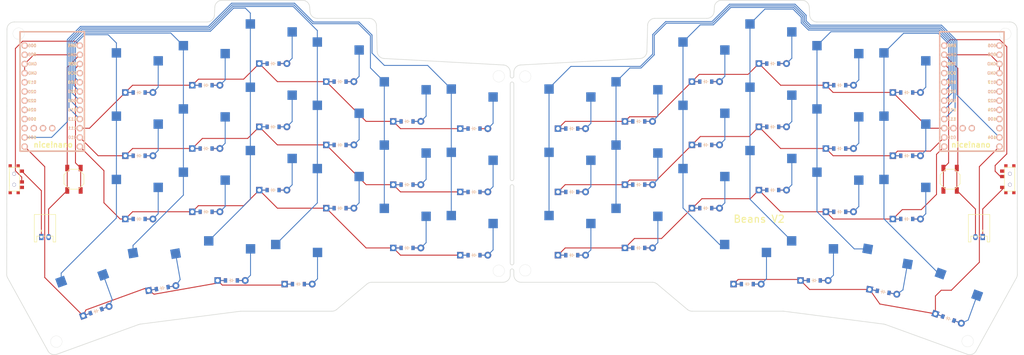
<source format=kicad_pcb>
(kicad_pcb (version 20240108) (generator "pcbnew") (generator_version "8.0")
  (layers (0 "F.Cu" signal) (31 "B.Cu" signal) (34 "B.Paste" user) (35 "F.Paste" user) (36 "B.SilkS" user "B.Silkscreen") (37 "F.SilkS" user "F.Silkscreen") (38 "B.Mask" user) (39 "F.Mask" user) (44 "Edge.Cuts" user))
  (net 0 "")
  (net 1 "P104")
  (net 2 "first_bottom")
  (net 3 "first_home")
  (net 4 "first_top")
  (net 5 "P113")
  (net 6 "second_bottom")
  (net 7 "second_home")
  (net 8 "second_top")
  (net 9 "P115")
  (net 10 "third_bottom")
  (net 11 "third_home")
  (net 12 "third_top")
  (net 13 "P002")
  (net 14 "fourth_bottom")
  (net 15 "fourth_home")
  (net 16 "fourth_top")
  (net 17 "P029")
  (net 18 "fifth_bottom")
  (net 19 "fifth_home")
  (net 20 "fifth_top")
  (net 21 "P031")
  (net 22 "sixth_bottom")
  (net 23 "sixth_home")
  (net 24 "sixth_top")
  (net 25 "first_only")
  (net 26 "second_only")
  (net 27 "third_only")
  (net 28 "fourth_only")
  (net 29 "P009")
  (net 30 "P010")
  (net 31 "P111")
  (net 32 "P106")
  (net 33 "RAW")
  (net 34 "GND")
  (net 35 "RST")
  (net 36 "VCC")
  (net 37 "P006")
  (net 38 "P008")
  (net 39 "P017")
  (net 40 "P020")
  (net 41 "P022")
  (net 42 "P024")
  (net 43 "P100")
  (net 44 "P011")
  (net 45 "P101")
  (net 46 "P102")
  (net 47 "P107")
  (net 48 "pos")
  (net 49 "mirror_first_bottom")
  (net 50 "mirror_first_home")
  (net 51 "mirror_first_top")
  (net 52 "mirror_second_bottom")
  (net 53 "mirror_second_home")
  (net 54 "mirror_second_top")
  (net 55 "mirror_third_bottom")
  (net 56 "mirror_third_home")
  (net 57 "mirror_third_top")
  (net 58 "mirror_fourth_bottom")
  (net 59 "mirror_fourth_home")
  (net 60 "mirror_fourth_top")
  (net 61 "mirror_fifth_bottom")
  (net 62 "mirror_fifth_home")
  (net 63 "mirror_fifth_top")
  (net 64 "mirror_sixth_bottom")
  (net 65 "mirror_sixth_home")
  (net 66 "mirror_sixth_top")
  (net 67 "mirror_first_only")
  (net 68 "mirror_second_only")
  (net 69 "mirror_third_only")
  (net 70 "mirror_fourth_only")
  (footprint "ComboDiode" (layer "F.Cu") (at 210.400005 96.7)
    (property "Reference" "D7" (hide yes))
    (property "Value" "" (hide yes))
  )
  (footprint "PG1350" (layer "F.Cu") (at 257.326108 114.399565 -10)
    (property "Reference" "S21" (hide yes))
    (property "Value" "" (hide yes))
  )
  (footprint "ComboDiode" (layer "F.Cu") (at 60.298357 118.804453 10)
    (property "Reference" "D21" (hide yes))
    (property "Value" "" (hide yes))
  )
  (footprint "PG1350" (layer "F.Cu") (at 106.401796 74.201794)
    (property "Reference" "S8" (hide yes))
    (property "Value" "" (hide yes))
  )
  (footprint "PG1350" (layer "F.Cu") (at 207.400003 74.200001)
    (property "Reference" "S8" (hide yes))
    (property "Value" "" (hide yes))
  )
  (footprint "PG1350" (layer "F.Cu") (at 244.400007 57.700002)
    (property "Reference" "S15" (hide yes))
    (property "Value" "" (hide yes))
  )
  (footprint "PG1350" (layer "F.Cu") (at 225.900002 51.699998)
    (property "Reference" "S12" (hide yes))
    (property "Value" "" (hide yes))
  )
  (footprint "E73:SPDT_C128955" (layer "F.Cu") (at 294.400004 88.699998 -90)
    (property "Reference" "T1" (hide yes))
    (property "Value" "" (hide yes))
  )
  (footprint "PG1350" (layer "F.Cu") (at 124.901796 85.201794)
    (property "Reference" "S5" (hide yes))
    (property "Value" "" (hide yes))
  )
  (footprint "PG1350" (layer "F.Cu") (at 37.494734 121.504849 20)
    (property "Reference" "S22" (hide yes))
    (property "Value" "" (hide yes))
  )
  (footprint "ComboDiode" (layer "F.Cu") (at 259.412293 119.844545 -10)
    (property "Reference" "D21" (hide yes))
    (property "Value" "" (hide yes))
  )
  (footprint "PG1350" (layer "F.Cu") (at 188.900005 67.700001)
    (property "Reference" "S6" (hide yes))
    (property "Value" "" (hide yes))
  )
  (footprint "E73:SW_TACT_ALPS_SKQGABE010" (layer "F.Cu") (at 35.901797 88.701793 90)
    (property "Reference" "B1" (hide yes))
    (property "Value" "" (hide yes))
  )
  (footprint "ComboDiode" (layer "F.Cu") (at 127.901796 107.701795)
    (property "Reference" "D4" (hide yes))
    (property "Value" "" (hide yes))
  )
  (footprint "PG1350" (layer "F.Cu") (at 170.400006 104.699999)
    (property "Reference" "S1" (hide yes))
    (property "Value" "" (hide yes))
  )
  (footprint "PG1350" (layer "F.Cu") (at 87.901796 69.201794)
    (property "Reference" "S11" (hide yes))
    (property "Value" "" (hide yes))
  )
  (footprint "ComboDiode" (layer "F.Cu") (at 72.401796 62.701795)
    (property "Reference" "D15" (hide yes))
    (property "Value" "" (hide yes))
  )
  (footprint "PG1350" (layer "F.Cu") (at 69.401795 57.701794)
    (property "Reference" "S15" (hide yes))
    (property "Value" "" (hide yes))
  )
  (footprint "ComboDiode" (layer "F.Cu") (at 240.400004 116.700001)
    (property "Reference" "D20" (hide yes))
    (property "Value" "" (hide yes))
  )
  (footprint "ComboDiode" (layer "F.Cu") (at 173.400001 92.199998)
    (property "Reference" "D2" (hide yes))
    (property "Value" "" (hide yes))
  )
  (footprint "PG1350" (layer "F.Cu") (at 262.900005 77.199999)
    (property "Reference" "S17" (hide yes))
    (property "Value" "" (hide yes))
  )
  (footprint "PG1350" (layer "F.Cu") (at 143.401796 87.201795)
    (property "Reference" "S2" (hide yes))
    (property "Value" "" (hide yes))
  )
  (footprint "PG1350" (layer "F.Cu") (at 225.900001 86.699999)
    (property "Reference" "S10" (hide yes))
    (property "Value" "" (hide yes))
  )
  (footprint "PG1350" (layer "F.Cu") (at 106.401797 56.701794)
    (property "Reference" "S9" (hide yes))
    (property "Value" "" (hide yes))
  )
  (footprint "ComboDiode" (layer "F.Cu") (at 247.400007 80.199997)
    (property "Reference" "D14" (hide yes))
    (property "Value" "" (hide yes))
  )
  (footprint "JST_PH_S2B-PH-K_02x2.00mm_Angled" (layer "F.Cu") (at 285.900005 104.699999 180)
    (property "Reference" "JST1" (hide yes))
    (property "Value" "" (hide yes))
  )
  (footprint "ComboDiode" (layer "F.Cu") (at 90.901795 91.701795)
    (property "Reference" "D10" (hide yes))
    (property "Value" "" (hide yes))
  )
  (footprint "PG1350" (layer "F.Cu") (at 276.307064 121.503056 -20)
    (property "Reference" "S22" (hide yes))
    (property "Value" "" (hide yes))
  )
  (footprint "ComboDiode" (layer "F.Cu") (at 79.401796 116.701794)
    (property "Reference" "D20" (hide yes))
    (property "Value" "" (hide yes))
  )
  (footprint "ComboDiode" (layer "F.Cu") (at 53.901797 82.201793)
    (property "Reference" "D17" (hide yes))
    (property "Value" "" (hide yes))
  )
  (footprint "PG1350" (layer "F.Cu") (at 94.901796 112.701793)
    (property "Reference" "S19" (hide yes))
    (property "Value" "" (hide yes))
  )
  (footprint "PG1350" (layer "F.Cu") (at 87.901797 51.701795)
    (property "Reference" "S12" (hide yes))
    (property "Value" "" (hide yes))
  )
  (footprint "E73:SPDT_C128955" (layer "F.Cu") (at 19.401796 88.701793 90)
    (property "Reference" "T1" (hide yes))
    (property "Value" "" (hide yes))
  )
  (footprint "PG1350" (layer "F.Cu") (at 170.400002 87.199999)
    (property "Reference" "S2" (hide yes))
    (property "Value" "" (hide yes))
  )
  (footprint "PG1350" (layer "F.Cu") (at 218.900006 112.699999)
    (property "Reference" "S19" (hide yes))
    (property "Value" "" (hide yes))
  )
  (footprint "PG1350" (layer "F.Cu") (at 237.400005 111.699999)
    (property "Reference" "S20" (hide yes))
    (property "Value" "" (hide yes))
  )
  (footprint "nice_nano" (layer "F.Cu") (at 29.901796 65.701795 -90)
    (property "Reference" "MCU1" (hide yes))
    (property "Value" "nice_nano" (hide yes))
  )
  (footprint "ComboDiode" (layer "F.Cu") (at 228.900007 74.199999)
    (property "Reference" "D11" (hide yes))
    (property "Value" "" (hide yes))
  )
  (footprint "ComboDiode" (layer "F.Cu") (at 221.900006 117.699999)
    (property "Reference" "D19" (hide yes))
    (property "Value" "" (hide yes))
  )
  (footprint "ComboDiode" (layer "F.Cu") (at 228.900001 56.699999)
    (property "Reference" "D12" (hide yes))
    (property "Value" "" (hide yes))
  )
  (footprint "ComboDiode" (layer "F.Cu") (at 191.900008 90.200002)
    (property "Reference" "D5" (hide yes))
    (property "Value" "" (hide yes))
  )
  (footprint "PG1350" (layer "F.Cu") (at 50.901796 59.701794)
    (property "Reference" "S18" (hide yes))
    (property "Value" "" (hide yes))
  )
  (footprint "ComboDiode" (layer "F.Cu") (at 210.400002 79.199998)
    (property "Reference" "D8" (hide yes))
    (property "Value" "" (hide yes))
  )
  (footprint "ComboDiode" (layer "F.Cu") (at 90.901797 56.701795)
    (property "Reference" "D12" (hide yes))
    (property "Value" "" (hide yes))
  )
  (footprint "ComboDiode" (layer "F.Cu") (at 146.401796 109.701796)
    (property "Reference" "D1" (hide yes))
    (property "Value" "" (hide yes))
  )
  (footprint "ComboDiode" (layer "F.Cu") (at 53.901796 64.701795)
    (property "Reference" "D18" (hide yes))
    (property "Value" "" (hide yes))
  )
  (footprint "PG1350" (layer "F.Cu") (at 225.900006 69.199997)
    (property "Reference" "S11" (hide yes))
    (property "Value" "" (hide yes))
  )
  (footprint "ComboDiode" (layer "F.Cu") (at 265.900005 64.700001)
    (property "Reference" "D18" (hide yes))
    (property "Value" "" (hide yes))
  )
  (footprint "ComboDiode" (layer "F.Cu") (at 247.400002 97.699999)
    (property "Reference" "D13" (hide yes))
    (property "Value" "" (hide yes))
  )
  (footprint "ComboDiode" (layer "F.Cu") (at 146.401797 92.201794)
    (property "Reference" "D2" (hide yes))
    (property "Value" "" (hide yes))
  )
  (footprint "PG1350" (layer "F.Cu") (at 87.901797 86.701795)
    (property "Reference" "S10" (hide yes))
    (property "Value" "" (hide yes))
  )
  (footprint "ComboDiode" (layer "F.Cu") (at 42.023912 125.177252 20)
    (property "Reference" "D22" (hide yes))
    (property "Value" "" (hide yes))
  )
  (footprint "PG1350" (layer "F.Cu") (at 244.4 75.200001)
    (property "Reference" "S14" (hide yes))
    (property "Value" "" (hide yes))
  )
  (footprint "PG1350" (layer "F.Cu") (at 124.901794 102.701796)
    (property "Reference" "S4" (hide yes))
    (property "Value" "" (hide yes))
  )
  (footprint "ComboDiode" (layer "F.Cu") (at 191.900002 72.699999)
    (property "Reference" "D6" (hide yes))
    (property "Value" "" (hide yes))
  )
  (footprint "PG1350" (layer "F.Cu") (at 262.900003 94.699998)
    (property "Reference" "S16" (hide yes))
    (property "Value" "" (hide yes))
  )
  (footprint "ComboDiode" (layer "F.Cu") (at 265.900005 82.199999)
    (property "Reference" "D17" (hide yes))
    (property "Value" "" (hide yes))
  )
  (footprint "PG1350" (layer "F.Cu") (at 262.900003 59.7)
    (property "Reference" "S18" (hide yes))
    (property "Value" "" (hide yes))
  )
  (footprint "ComboDiode" (layer "F.Cu") (at 173.400004 109.699999)
    (property "Reference" "D1" (hide yes))
    (property "Value" "" (hide yes))
  )
  (footprint "ComboDiode" (layer "F.Cu") (at 109.401796 61.701795)
    (property "Reference" "D9" (hide yes))
    (property "Value" "" (hide yes))
  )
  (footprint "PG1350" (layer "F.Cu") (at 69.401796 92.701794)
    (property "Reference" "S13" (hide yes))
    (property "Value" "" (hide yes))
  )
  (footprint "ComboDiode" (layer "F.Cu") (at 146.401795 74.701795)
    (property "Reference" "D3" (hide yes))
    (property "Value" "" (hide yes))
  )
  (footprint "PG1350" (layer "F.Cu") (at 188.900004 85.2)
    (property "Reference" "S5" (hide yes))
    (property "Value" "" (hide yes))
  )
  (footprint "ComboDiode" (layer "F.Cu") (at 90.901796 74.201794)
    (property "Reference" "D11" (hide yes))
    (property "Value" "" (hide yes))
  )
  (footprint "ComboDiode" (layer "F.Cu") (at 265.900006 99.700001)
    (property "Reference" "D16" (hide yes))
    (property "Value" "" (hide yes))
  )
  (footprint "PG1350" (layer "F.Cu") (at 244.400004 92.7)
    (property "Reference" "S13" (hide yes))
    (property "Value" "" (hide yes))
  )
  (footprint "ComboDiode" (layer "F.Cu") (at 72.401795 80.201794)
    (property "Reference" "D14" (hide yes))
    (property "Value" "" (hide yes))
  )
  (footprint "PG1350" (layer "F.Cu") (at 69.401796 75.201795)
    (property "Reference" "S14" (hide yes))
    (property "Value" "" (hide yes))
  )
  (footprint "PG1350" (layer "F.Cu") (at 188.900005 102.700002)
    (property "Reference" "S4" (hide yes))
    (property "Value" "" (hide yes))
  )
  (footprint "ComboDiode" (layer "F.Cu") (at 247.400004 62.699997)
    (property "Reference" "D15" (hide yes))
    (property "Value" "" (hide yes))
  )
  (footprint "nice_nano" (layer "F.Cu") (at 283.9 65.700001 -90)
    (property "Reference" "MCU1" (hide yes))
    (property "Value" "nice_nano" (hide yes))
  )
  (footprint "ComboDiode" (layer "F.Cu") (at 127.901797 72.701795)
    (property "Reference" "D6" (hide yes))
    (property "Value" "" (hide yes))
  )
  (footprint "PG1350" (layer "F.Cu") (at 143.401795 69.701794)
    (property "Reference" "S3" (hide yes))
    (property "Value" "" (hide yes))
  )
  (footprint "PG1350" (layer "F.Cu") (at 207.400004 91.700001)
    (property "Reference" "S7" (hide yes))
    (property "Value" "" (hide yes))
  )
  (footprint "ComboDiode" (layer "F.Cu") (at 173.400004 74.699998)
    (property "Reference" "D3" (hide yes))
    (property "Value" "" (hide yes))
  )
  (footprint "ComboDiode" (layer "F.Cu") (at 109.401797 79.201794)
    (property "Reference" "D8" (hide yes))
    (property "Value" "" (hide yes))
  )
  (footprint "PG1350" (layer "F.Cu") (at 106.401797 91.701794)
    (property "Reference" "S7" (hide yes))
    (property "Value" "" (hide yes))
  )
  (footprint "ComboDiode" (layer "F.Cu") (at 72.401797 97.701796)
    (property "Reference" "D13" (hide yes))
    (property "Value" "" (hide yes))
  )
  (footprint "ComboDiode" (layer "F.Cu") (at 53.901796 99.701796)
    (property "Reference" "D16" (hide yes))
    (property "Value" "" (hide yes))
  )
  (footprint "PG1350" (layer "F.Cu") (at 56.475693 114.401358 10)
    (property "Reference" "S21" (hide yes))
    (property "Value" "" (hide yes))
  )
  (footprint "ComboDiode" (layer "F.Cu") (at 228.899999 91.700002)
    (property "Reference" "D10" (hide yes))
    (property "Value" "" (hide yes))
  )
  (footprint "PG1350" (layer "F.Cu") (at 124.901796 67.701794)
    (property "Reference" "S6" (hide yes))
    (property "Value" "" (hide yes))
  )
  (footprint "ComboDiode" (layer "F.Cu") (at 191.899998 107.7)
    (property "Reference" "D4" (hide yes))
    (property "Value" "" (hide yes))
  )
  (footprint "ComboDiode" (layer "F.Cu") (at 277.416043 127.227579 -20)
    (property "Reference" "D22" (hide yes))
    (property "Value" "" (hide yes))
  )
  (footprint "ComboDiode" (layer "F.Cu") (at 97.901794 117.701795)
    (property "Reference" "D19" (hide yes))
    (property "Value" "" (hide yes))
  )
  (footprint "PG1350" (layer "F.Cu") (at 207.4 56.7)
    (property "Reference" "S9" (hide yes))
    (property "Value" "" (hide yes))
  )
  (footprint "E73:SW_TACT_ALPS_SKQGABE010" (layer "F.Cu") (at 277.900001 88.699998 -90)
    (property "Reference" "B1" (hide yes))
    (property "Value" "" (hide yes))
  )
  (footprint "ComboDiode" (layer "F.Cu") (at 127.901794 90.201795)
    (property "Reference" "D5" (hide yes))
    (property "Value" "" (hide yes))
  )
  (footprint "ComboDiode" (layer "F.Cu") (at 109.401795 96.701795)
    (property "Reference" "D7" (hide yes))
    (property "Value" "" (hide yes))
  )
  (footprint "PG1350" (layer "F.Cu") (at 170.400004 69.7)
    (property "Reference" "S3" (hide yes))
    (property "Value" "" (hide yes))
  )
  (footprint "PG1350" (layer "F.Cu") (at 50.901796 77.201795)
    (property "Reference" "S17" (hide yes))
    (property "Value" "" (hide yes))
  )
  (footprint "PG1350" (layer "F.Cu") (at 50.901796 94.701795)
    (property "Reference" "S16" (hide yes))
    (property "Value" "" (hide yes))
  )
  (footprint "ComboDiode" (layer "F.Cu") (at 210.400007 61.699999)
    (property "Reference" "D9" (hide yes))
    (property "Value" "" (hide yes))
  )
  (footprint "PG1350" (layer "F.Cu") (at 76.401796 111.701794)
    (property "Reference" "S20" (hide yes))
    (property "Value" "" (hide yes))
  )
  (footprint "PG1350" (layer "F.Cu") (at 143.401797 104.701794)
    (property "Reference" "S1" (hide yes))
    (property "Value" "" (hide yes))
  )
  (footprint "JST_PH_S2B-PH-K_02x2.00mm_Angled" (layer "B.Cu") (at 27.901796 104.701794)
    (property "Reference" "JST1" (hide yes))
    (property "Value" "" (hide yes))
  )
  (gr_line (start 296.401795 47.198204) (end 296.462658 115.021325) (stroke (width 0.15)) (layer "Edge.Cuts"))
  (gr_circle (center 282.744244 133.494295) (end 284.344244 133.494295) (stroke (width 0.05)) (fill none) (layer "Edge.Cuts"))
  (gr_line (start 156.401796 59.095771) (end 156.4 60.2) (stroke (width 0.15)) (layer "Edge.Cuts"))
  (gr_circle (center 160.544244 113.894295) (end 162.144244 113.894295) (stroke (width 0.05)) (fill none) (layer "Edge.Cuts"))
  (gr_circle (center 160.544244 60.294295) (end 162.144244 60.294295) (stroke (width 0.05)) (fill none) (layer "Edge.Cuts"))
  (gr_arc (start 294.401798 45.200001) (mid 295.815339 45.785172) (end 296.401795 47.198204) (stroke (width 0.15)) (layer "Edge.Cuts"))
  (gr_line (start 156.4 88.6) (end 156.399998 62.299999) (stroke (width 0.15)) (layer "Edge.Cuts"))
  (gr_arc (start 157.399996 88.599998) (mid 156.899999 89.099997) (end 156.4 88.6) (stroke (width 0.15)) (layer "Edge.Cuts"))
  (gr_arc (start 231.771476 125.200001) (mid 231.899743 125.204119) (end 232.027483 125.216453) (stroke (width 0.15)) (layer "Edge.Cuts"))
  (gr_arc (start 121.541978 55.302077) (mid 120.217531 54.699901) (end 119.651554 53.359565) (stroke (width 0.15)) (layer "Edge.Cuts"))
  (gr_line (start 99.018199 39.201795) (end 76.804295 39.201795) (stroke (width 0.15)) (layer "Edge.Cuts"))
  (gr_arc (start 212.787191 41.080215) (mid 213.412387 39.744033) (end 214.783602 39.199997) (stroke (width 0.15)) (layer "Edge.Cuts"))
  (gr_line (start 296.214153 115.988666) (end 285.074415 136.19603) (stroke (width 0.15)) (layer "Edge.Cuts"))
  (gr_circle (center 31.036618 133.621186) (end 32.636618 133.621186) (stroke (width 0.05)) (fill none) (layer "Edge.Cuts"))
  (gr_line (start 231.771475 125.200001) (end 206.629944 125.2) (stroke (width 0.15)) (layer "Edge.Cuts"))
  (gr_arc (start 157.400002 59.093975) (mid 157.947825 57.718776) (end 159.291171 57.096936) (stroke (width 0.15)) (layer "Edge.Cuts"))
  (gr_line (start 157.399998 62.299999) (end 157.399996 88.599998) (stroke (width 0.15)) (layer "Edge.Cuts"))
  (gr_line (start 156.399998 90.699999) (end 156.400002 111.900001) (stroke (width 0.15)) (layer "Edge.Cuts"))
  (gr_arc (start 157.399996 60.199998) (mid 156.899999 60.699997) (end 156.4 60.2) (stroke (width 0.15)) (layer "Edge.Cuts"))
  (gr_arc (start 53.777745 128.880541) (mid 53.988884 128.816638) (end 54.205776 128.776378) (stroke (width 0.15)) (layer "Edge.Cuts"))
  (gr_line (start 101.088983 42.32158) (end 101.01461 41.08201) (stroke (width 0.15)) (layer "Edge.Cuts"))
  (gr_arc (start 17.4 47.2) (mid 17.986417 45.786934) (end 19.400001 45.201793) (stroke (width 0.15)) (layer "Edge.Cuts"))
  (gr_line (start 238.995013 41.100126) (end 239.104995 43.299874) (stroke (width 0.15)) (layer "Edge.Cuts"))
  (gr_line (start 54.205776 128.776378) (end 81.774319 125.218248) (stroke (width 0.15)) (layer "Edge.Cuts"))
  (gr_line (start 108.460132 124.731617) (end 116.84346 117.671972) (stroke (width 0.15)) (layer "Edge.Cuts"))
  (gr_arc (start 194.346946 46.145476) (mid 194.951394 44.766622) (end 196.3462 44.199996) (stroke (width 0.15)) (layer "Edge.Cuts"))
  (gr_line (start 282.638887 137.109869) (end 260.024057 128.878743) (stroke (width 0.15)) (layer "Edge.Cuts"))
  (gr_line (start 17.4 47.2) (end 17.339139 115.023121) (stroke (width 0.15)) (layer "Edge.Cuts"))
  (gr_line (start 17.587648 115.990464) (end 28.727383 136.197826) (stroke (width 0.15)) (layer "Edge.Cuts"))
  (gr_line (start 241.102503 45.2) (end 294.401798 45.200001) (stroke (width 0.15)) (layer "Edge.Cuts"))
  (gr_arc (start 117.455598 44.201795) (mid 118.85041 44.768427) (end 119.454853 46.147269) (stroke (width 0.15)) (layer "Edge.Cuts"))
  (gr_arc (start 74.696804 43.301669) (mid 74.077745 44.650878) (end 72.699297 45.201794) (stroke (width 0.15)) (layer "Edge.Cuts"))
  (gr_arc (start 31.162913 137.111665) (mid 29.776301 137.104783) (end 28.727383 136.197827) (stroke (width 0.15)) (layer "Edge.Cuts"))
  (gr_line (start 259.596022 128.774581) (end 232.027483 125.216453) (stroke (width 0.15)) (layer "Edge.Cuts"))
  (gr_arc (start 236.997506 39.2) (mid 238.375979 39.750892) (end 238.995013 41.100126) (stroke (width 0.15)) (layer "Edge.Cuts"))
  (gr_arc (start 195.67007 117.2) (mid 196.35576 117.321226) (end 196.958341 117.670178) (stroke (width 0.15)) (layer "Edge.Cuts"))
  (gr_arc (start 156.4 114) (mid 156.9 113.5) (end 157.4 114) (stroke (width 0.15)) (layer "Edge.Cuts"))
  (gr_line (start 31.162914 137.111665) (end 53.777745 128.880541) (stroke (width 0.15)) (layer "Edge.Cuts"))
  (gr_line (start 195.670068 117.199998) (end 159.400004 117.199999) (stroke (width 0.15)) (layer "Edge.Cuts"))
  (gr_arc (start 241.102503 45.2) (mid 239.724076 44.64908) (end 239.104995 43.299874) (stroke (width 0.15)) (layer "Edge.Cuts"))
  (gr_line (start 157.400002 59.093975) (end 157.399996 60.199998) (stroke (width 0.15)) (layer "Edge.Cuts"))
  (gr_arc (start 157.399998 111.899999) (mid 156.900001 112.399998) (end 156.400002 111.900001) (stroke (width 0.15)) (layer "Edge.Cuts"))
  (gr_line (start 154.510627 57.098733) (end 121.541979 55.302075) (stroke (width 0.15)) (layer "Edge.Cuts"))
  (gr_line (start 214.783602 39.199997) (end 236.997506 39.199999) (stroke (width 0.15)) (layer "Edge.Cuts"))
  (gr_arc (start 103.085393 44.201794) (mid 101.714197 43.657734) (end 101.088983 42.32158) (stroke (width 0.15)) (layer "Edge.Cuts"))
  (gr_arc (start 74.806789 41.101921) (mid 75.425839 39.752686) (end 76.804295 39.201795) (stroke (width 0.15)) (layer "Edge.Cuts"))
  (gr_arc (start 206.629942 125.200001) (mid 205.944244 125.078782) (end 205.341664 124.729821) (stroke (width 0.15)) (layer "Edge.Cuts"))
  (gr_line (start 82.030328 125.201795) (end 107.171859 125.201794) (stroke (width 0.15)) (layer "Edge.Cuts"))
  (gr_line (start 119.651554 53.359565) (end 119.454853 46.147269) (stroke (width 0.15)) (layer "Edge.Cuts"))
  (gr_arc (start 116.84346 117.671971) (mid 117.446037 117.323014) (end 118.131732 117.201795) (stroke (width 0.15)) (layer "Edge.Cuts"))
  (gr_circle (center 153.236618 60.221186) (end 154.836618 60.221186) (stroke (width 0.05)) (fill none) (layer "Edge.Cuts"))
  (gr_line (start 117.455597 44.201794) (end 103.085393 44.201794) (stroke (width 0.15)) (layer "Edge.Cuts"))
  (gr_arc (start 156.401797 115.201795) (mid 155.816006 116.615995) (end 154.401797 117.201794) (stroke (width 0.15)) (layer "Edge.Cuts"))
  (gr_line (start 118.131732 117.201795) (end 154.401797 117.201794) (stroke (width 0.15)) (layer "Edge.Cuts"))
  (gr_line (start 157.399998 90.699999) (end 157.399998 111.899999) (stroke (width 0.15)) (layer "Edge.Cuts"))
  (gr_arc (start 154.510627 57.098733) (mid 155.853997 57.720564) (end 156.401796 59.095771) (stroke (width 0.15)) (layer "Edge.Cuts"))
  (gr_line (start 72.699297 45.201794) (end 19.400001 45.201793) (stroke (width 0.15)) (layer "Edge.Cuts"))
  (gr_line (start 157.4 114) (end 157.4 115.2) (stroke (width 0.15)) (layer "Edge.Cuts"))
  (gr_line (start 205.341664 124.729821) (end 196.958341 117.670178) (stroke (width 0.15)) (layer "Edge.Cuts"))
  (gr_line (start 156.4 114) (end 156.401797 115.201795) (stroke (width 0.15)) (layer "Edge.Cuts"))
  (gr_line (start 212.712817 42.319786) (end 212.787191 41.080215) (stroke (width 0.15)) (layer "Edge.Cuts"))
  (gr_arc (start 212.712817 42.319786) (mid 212.087612 43.655933) (end 210.716406 44.199997) (stroke (width 0.15)) (layer "Edge.Cuts"))
  (gr_circle (center 153.236618 114.021186) (end 154.836618 114.021186) (stroke (width 0.05)) (fill none) (layer "Edge.Cuts"))
  (gr_arc (start 194.150248 53.357768) (mid 193.584278 54.698096) (end 192.259824 55.300285) (stroke (width 0.15)) (layer "Edge.Cuts"))
  (gr_arc (start 285.074416 136.196032) (mid 284.025521 137.103007) (end 282.638887 137.109869) (stroke (width 0.15)) (layer "Edge.Cuts"))
  (gr_circle (center 293.144244 48.494295) (end 294.744244 48.494295) (stroke (width 0.05)) (fill none) (layer "Edge.Cuts"))
  (gr_line (start 74.80679 41.10192) (end 74.696803 43.301668) (stroke (width 0.15)) (layer "Edge.Cuts"))
  (gr_arc (start 156.399998 90.699999) (mid 156.899998 90.199999) (end 157.399998 90.699999) (stroke (width 0.15)) (layer "Edge.Cuts"))
  (gr_arc (start 159.400004 117.199999) (mid 157.985815 116.614199) (end 157.4 115.2) (stroke (width 0.15)) (layer "Edge.Cuts"))
  (gr_circle (center 20.636618 48.421186) (end 22.236618 48.421186) (stroke (width 0.05)) (fill none) (layer "Edge.Cuts"))
  (gr_arc (start 296.462658 115.021325) (mid 296.399754 115.520755) (end 296.214153 115.988666) (stroke (width 0.15)) (layer "Edge.Cuts"))
  (gr_line (start 194.150249 53.357767) (end 194.346947 46.145473) (stroke (width 0.15)) (layer "Edge.Cuts"))
  (gr_arc (start 108.460131 124.731617) (mid 107.857556 125.080588) (end 107.171859 125.201794) (stroke (width 0.15)) (layer "Edge.Cuts"))
  (gr_line (start 196.3462 44.199996) (end 210.716406 44.199997) (stroke (width 0.15)) (layer "Edge.Cuts"))
  (gr_line (start 159.291171 57.096936) (end 192.259824 55.300285) (stroke (width 0.15)) (layer "Edge.Cuts"))
  (gr_arc (start 17.587648 115.990464) (mid 17.402029 115.522556) (end 17.339139 115.023121) (stroke (width 0.15)) (layer "Edge.Cuts"))
  (gr_arc (start 259.596022 128.774581) (mid 259.812915 128.814846) (end 260.024057 128.878743) (stroke (width 0.15)) (layer "Edge.Cuts"))
  (gr_arc (start 99.018199 39.201795) (mid 100.389417 39.745841) (end 101.01461 41.08201) (stroke (width 0.15)) (layer "Edge.Cuts"))
  (gr_arc (start 81.77432 125.218247) (mid 81.90206 125.205912) (end 82.030328 125.201795) (stroke (width 0.15)) (layer "Edge.Cuts"))
  (gr_arc (start 156.399998 62.299999) (mid 156.899998 61.799999) (end 157.399998 62.299999) (stroke (width 0.15)) (layer "Edge.Cuts"))
  (gr_text "Beans V2" (at 217.900004 99.699998 0) (layer "F.SilkS") (effects (font (size 2 2) (thickness 0.3)) (justify left)))
  (segment (start 133.596187 57.221186) (end 121.636618 57.221186) (width 0.25) (layer "B.Cu") (net 1))
  (segment (start 140.126795 81.251794) (end 140.126796 81.251795) (width 0.25) (layer "B.Cu") (net 1))
  (segment (start 195.744244 48.694295) (end 199.344244 45.094295) (width 0.25) (layer "B.Cu") (net 1))
  (segment (start 216.944244 40.294295) (end 235.075321 40.294295) (width 0.25) (layer "B.Cu") (net 1))
  (segment (start 235.075321 40.294295) (end 238.144244 43.363218) (width 0.25) (layer "B.Cu") (net 1))
  (segment (start 118.236618 48.821186) (end 114.636618 45.221186) (width 0.25) (layer "B.Cu") (net 1))
  (segment (start 167.125002 81.249998) (end 167.125006 82.018481) (width 0.25) (layer "B.Cu") (net 1))
  (segment (start 238.144244 43.363218) (end 238.144244 44.894295) (width 0.25) (layer "B.Cu") (net 1))
  (segment (start 167.125003 63.750002) (end 167.125002 81.249998) (width 0.25) (layer "B.Cu") (net 1))
  (segment (start 167.125004 63.513535) (end 173.144244 57.494295) (width 0.25) (layer "B.Cu") (net 1))
  (segment (start 239.344244 46.094295) (end 275.525169 46.094295) (width 0.25) (layer "B.Cu") (net 1))
  (segment (start 34.070496 50.07812) (end 34.070496 72.787308) (width 0.25) (layer "B.Cu") (net 1))
  (segment (start 37.72743 46.421186) (end 34.070496 50.07812) (width 0.25) (layer "B.Cu") (net 1))
  (segment (start 118.236618 53.821186) (end 118.236618 48.821186) (width 0.25) (layer "B.Cu") (net 1))
  (segment (start 121.636618 57.221186) (end 118.236618 53.821186) (width 0.25) (layer "B.Cu") (net 1))
  (segment (start 212.144244 45.094295) (end 216.944244 40.294295) (width 0.25) (layer "B.Cu") (net 1))
  (segment (start 73.036618 46.421186) (end 37.72743 46.421186) (width 0.25) (layer "B.Cu") (net 1))
  (segment (start 167.125006 82.018481) (end 167.125005 82.018483) (width 0.25) (layer "B.Cu") (net 1))
  (segment (start 140.126795 63.751794) (end 140.126795 81.251794) (width 0.25) (layer "B.Cu") (net 1))
  (segment (start 114.636618 45.221186) (end 102.036618 45.221186) (width 0.25) (layer "B.Cu") (net 1))
  (segment (start 238.144244 44.894295) (end 239.344244 46.094295) (width 0.25) (layer "B.Cu") (net 1))
  (segment (start 102.036618 45.221186) (end 96.836618 40.021186) (width 0.25) (layer "B.Cu") (net 1))
  (segment (start 96.836618 40.021186) (end 79.436618 40.021186) (width 0.25) (layer "B.Cu") (net 1))
  (segment (start 140.126796 98.751793) (end 140.126797 98.751794) (width 0.25) (layer "B.Cu") (net 1))
  (segment (start 29.726009 77.131795) (end 22.281796 77.131795) (width 0.25) (layer "B.Cu") (net 1))
  (segment (start 199.344244 45.094295) (end 212.144244 45.094295) (width 0.25) (layer "B.Cu") (net 1))
  (segment (start 34.070496 72.787308) (end 29.726009 77.131795) (width 0.25) (layer "B.Cu") (net 1))
  (segment (start 279.744244 65.354245) (end 291.52 77.130001) (width 0.25) (layer "B.Cu") (net 1))
  (segment (start 275.525169 46.094295) (end 279.744244 50.31337) (width 0.25) (layer "B.Cu") (net 1))
  (segment (start 192.344244 57.494295) (end 195.744244 54.094295) (width 0.25) (layer "B.Cu") (net 1))
  (segment (start 167.125004 63.75) (end 167.125004 63.513535) (width 0.25) (layer "B.Cu") (net 1))
  (segment (start 167.125005 82.018483) (end 167.125006 98.75) (width 0.25) (layer "B.Cu") (net 1))
  (segment (start 140.126796 81.251795) (end 140.126796 98.751793) (width 0.25) (layer "B.Cu") (net 1))
  (segment (start 140.126795 63.751794) (end 133.596187 57.221186) (width 0.25) (layer "B.Cu") (net 1))
  (segment (start 79.436618 40.021186) (end 73.036618 46.421186) (width 0.25) (layer "B.Cu") (net 1))
  (segment (start 195.744244 54.094295) (end 195.744244 48.694295) (width 0.25) (layer "B.Cu") (net 1))
  (segment (start 279.744244 50.31337) (end 279.744244 65.354245) (width 0.25) (layer "B.Cu") (net 1))
  (segment (start 173.144244 57.494295) (end 192.344244 57.494295) (width 0.25) (layer "B.Cu") (net 1))
  (segment (start 175.050005 109.699997) (end 177.210003 109.700002) (width 0.25) (layer "F.Cu") (net 2))
  (segment (start 178.675005 100.95) (end 178.675003 108.234996) (width 0.25) (layer "B.Cu") (net 2))
  (segment (start 178.675003 108.234996) (end 177.210002 109.699999) (width 0.25) (layer "B.Cu") (net 2))
  (segment (start 175.050005 109.699999) (end 177.210003 109.700001) (width 0.25) (layer "B.Cu") (net 2))
  (segment (start 177.210003 109.700001) (end 177.210002 109.699999) (width 0.25) (layer "B.Cu") (net 2))
  (segment (start 175.050001 92.2) (end 177.210007 92.199999) (width 0.25) (layer "F.Cu") (net 3))
  (segment (start 178.675005 83.45) (end 178.675005 90.734996) (width 0.25) (layer "B.Cu") (net 3))
  (segment (start 178.675005 90.734996) (end 177.210003 92.199996) (width 0.25) (layer "B.Cu") (net 3))
  (segment (start 177.210005 92.199998) (end 177.210003 92.199996) (width 0.25) (layer "B.Cu") (net 3))
  (segment (start 175.050001 92.2) (end 177.210005 92.199998) (width 0.25) (layer "B.Cu") (net 3))
  (segment (start 175.050006 74.699995) (end 177.210003 74.699997) (width 0.25) (layer "F.Cu") (net 4))
  (segment (start 178.675002 65.949999) (end 178.675007 73.235) (width 0.25) (layer "B.Cu") (net 4))
  (segment (start 178.675007 73.235) (end 177.210003 74.699997) (width 0.25) (layer "B.Cu") (net 4))
  (segment (start 175.050004 74.7) (end 177.210004 74.699999) (width 0.25) (layer "B.Cu") (net 4))
  (segment (start 177.210004 74.699999) (end 177.210003 74.699997) (width 0.25) (layer "B.Cu") (net 4))
  (segment (start 185.625001 96.750001) (end 185.625004 79.249999) (width 0.25) (layer "B.Cu") (net 5))
  (segment (start 121.626796 79.251794) (end 121.626796 79.611364) (width 0.25) (layer "B.Cu") (net 5))
  (segment (start 121.626796 61.751794) (end 117.786618 57.911616) (width 0.25) (layer "B.Cu") (net 5))
  (segment (start 237.691585 45.078032) (end 239.157848 46.544295) (width 0.25) (layer "B.Cu") (net 5))
  (segment (start 279.281304 69.048697) (end 276.28 72.050001) (width 0.25) (layer "B.Cu") (net 5))
  (segment (start 101.850222 45.671186) (end 96.650222 40.471186) (width 0.25) (layer "B.Cu") (net 5))
  (segment (start 34.520496 50.264516) (end 34.520496 69.050495) (width 0.25) (layer "B.Cu") (net 5))
  (segment (start 199.53064 45.544295) (end 212.33064 45.544295) (width 0.25) (layer "B.Cu") (net 5))
  (segment (start 275.338773 46.544295) (end 279.281304 50.486826) (width 0.25) (layer "B.Cu") (net 5))
  (segment (start 117.786618 57.911616) (end 117.786618 49.007582) (width 0.25) (layer "B.Cu") (net 5))
  (segment (start 117.786618 49.007582) (end 114.450222 45.671186) (width 0.25) (layer "B.Cu") (net 5))
  (segment (start 121.626796 79.611364) (end 121.626794 79.611366) (width 0.25) (layer "B.Cu") (net 5))
  (segment (start 185.625001 61.75) (end 185.625004 79.249999) (width 0.25) (layer "B.Cu") (net 5))
  (segment (start 212.33064 45.544295) (end 217.13064 40.744295) (width 0.25) (layer "B.Cu") (net 5))
  (segment (start 34.520496 69.050495) (end 37.521796 72.051795) (width 0.25) (layer "B.Cu") (net 5))
  (segment (start 279.281304 50.486826) (end 279.281304 69.048697) (width 0.25) (layer "B.Cu") (net 5))
  (segment (start 96.650222 40.471186) (end 79.623014 40.471186) (width 0.25) (layer "B.Cu") (net 5))
  (segment (start 79.623014 40.471186) (end 73.223014 46.871186) (width 0.25) (layer "B.Cu") (net 5))
  (segment (start 121.626794 79.611366) (end 121.626794 96.751796) (width 0.25) (layer "B.Cu") (net 5))
  (segment (start 217.13064 40.744295) (end 234.888925 40.744295) (width 0.25) (layer "B.Cu") (net 5))
  (segment (start 185.625005 61.750001) (end 189.430711 57.944295) (width 0.25) (layer "B.Cu") (net 5))
  (segment (start 189.430711 57.944295) (end 192.53064 57.944295) (width 0.25) (layer "B.Cu") (net 5))
  (segment (start 114.450222 45.671186) (end 101.850222 45.671186) (width 0.25) (layer "B.Cu") (net 5))
  (segment (start 196.194244 54.280691) (end 196.194244 48.880691) (width 0.25) (layer "B.Cu") (net 5))
  (segment (start 73.223014 46.871186) (end 37.913826 46.871186) (width 0.25) (layer "B.Cu") (net 5))
  (segment (start 37.913826 46.871186) (end 34.520496 50.264516) (width 0.25) (layer "B.Cu") (net 5))
  (segment (start 185.625004 79.249999) (end 185.625004 79.249999) (width 0.25) (layer "B.Cu") (net 5))
  (segment (start 192.53064 57.944295) (end 196.194244 54.280691) (width 0.25) (layer "B.Cu") (net 5))
  (segment (start 237.691585 43.546955) (end 237.691585 45.078032) (width 0.25) (layer "B.Cu") (net 5))
  (segment (start 196.194244 48.880691) (end 199.53064 45.544295) (width 0.25) (layer "B.Cu") (net 5))
  (segment (start 239.157848 46.544295) (end 275.338773 46.544295) (width 0.25) (layer "B.Cu") (net 5))
  (segment (start 234.888925 40.744295) (end 237.691585 43.546955) (width 0.25) (layer "B.Cu") (net 5))
  (segment (start 121.626796 61.751794) (end 121.626796 79.251794) (width 0.25) (layer "B.Cu") (net 5))
  (segment (start 193.550003 107.699997) (end 195.710003 107.699998) (width 0.25) (layer "F.Cu") (net 6))
  (segment (start 193.550002 107.699999) (end 195.710001 107.699999) (width 0.25) (layer "B.Cu") (net 6))
  (segment (start 197.175004 98.95) (end 197.175005 106.234995) (width 0.25) (layer "B.Cu") (net 6))
  (segment (start 197.175005 106.234995) (end 195.710002 107.699998) (width 0.25) (layer "B.Cu") (net 6))
  (segment (start 195.710001 107.699999) (end 195.710002 107.699998) (width 0.25) (layer "B.Cu") (net 6))
  (segment (start 193.550005 90.199998) (end 195.710003 90.2) (width 0.25) (layer "F.Cu") (net 7))
  (segment (start 197.175008 81.45) (end 197.175004 88.734997) (width 0.25) (layer "B.Cu") (net 7))
  (segment (start 193.550006 90.199999) (end 193.550005 90.199999) (width 0.25) (layer "B.Cu") (net 7))
  (segment (start 197.175004 88.734997) (end 195.710002 90.199999) (width 0.25) (layer "B.Cu") (net 7))
  (segment (start 195.710002 90.199999) (end 193.550006 90.199999) (width 0.25) (layer "B.Cu") (net 7))
  (segment (start 193.550008 72.700001) (end 195.710008 72.699998) (width 0.25) (layer "F.Cu") (net 8))
  (segment (start 197.175004 71.234998) (end 195.710007 72.699998) (width 0.25) (layer "B.Cu") (net 8))
  (segment (start 195.710006 72.699998) (end 195.710007 72.699998) (width 0.25) (layer "B.Cu") (net 8))
  (segment (start 193.550007 72.700001) (end 195.710006 72.699998) (width 0.25) (layer "B.Cu") (net 8))
  (segment (start 197.175006 63.950001) (end 197.175004 71.234998) (width 0.25) (layer "B.Cu") (net 8))
  (segment (start 96.463826 40.921186) (end 79.80941 40.921186) (width 0.25) (layer "B.Cu") (net 9))
  (segment (start 204.125 50.75) (end 208.880705 45.994295) (width 0.25) (layer "B.Cu") (net 9))
  (segment (start 204.125005 85.750001) (end 204.125005 96.663001) (width 0.25) (layer "B.Cu") (net 9))
  (segment (start 103.126797 95.251792) (end 91.626796 106.751793) (width 0.25) (layer "B.Cu") (net 9))
  (segment (start 204.125 68.249998) (end 204.125002 68.250001) (width 0.25) (layer "B.Cu") (net 9))
  (segment (start 208.880705 45.994295) (end 212.517036 45.994295) (width 0.25) (layer "B.Cu") (net 9))
  (segment (start 278.831304 66.958697) (end 276.28 69.510001) (width 0.25) (layer "B.Cu") (net 9))
  (segment (start 103.126797 85.751794) (end 103.126797 95.251792) (width 0.25) (layer "B.Cu") (net 9))
  (segment (start 204.125002 68.67393) (end 204.125004 68.673933) (width 0.25) (layer "B.Cu") (net 9))
  (segment (start 103.126797 47.584157) (end 96.463826 40.921186) (width 0.25) (layer "B.Cu") (net 9))
  (segment (start 217.317036 41.194295) (end 234.702529 41.194295) (width 0.25) (layer "B.Cu") (net 9))
  (segment (start 204.125002 68.250001) (end 204.125002 68.67393) (width 0.25) (layer "B.Cu") (net 9))
  (segment (start 214.212002 106.749999) (end 215.625006 106.749999) (width 0.25) (layer "B.Cu") (net 9))
  (segment (start 204.125001 50.75) (end 204.125 68.249998) (width 0.25) (layer "B.Cu") (net 9))
  (segment (start 212.517036 45.994295) (end 217.317036 41.194295) (width 0.25) (layer "B.Cu") (net 9))
  (segment (start 73.40941 47.321186) (end 38.100222 47.321186) (width 0.25) (layer "B.Cu") (net 9))
  (segment (start 79.80941 40.921186) (end 73.40941 47.321186) (width 0.25) (layer "B.Cu") (net 9))
  (segment (start 234.702529 41.194295) (end 237.241585 43.733351) (width 0.25) (layer "B.Cu") (net 9))
  (segment (start 237.241585 43.733351) (end 237.241585 45.264428) (width 0.25) (layer "B.Cu") (net 9))
  (segment (start 103.126797 50.751794) (end 103.126797 47.584157) (width 0.25) (layer "B.Cu") (net 9))
  (segment (start 103.126797 50.751794) (end 103.126797 68.251793) (width 0.25) (layer "B.Cu") (net 9))
  (segment (start 103.126797 68.531009) (end 103.126797 85.751794) (width 0.25) (layer "B.Cu") (net 9))
  (segment (start 103.126797 68.251793) (end 103.126796 68.251794) (width 0.25) (layer "B.Cu") (net 9))
  (segment (start 204.125004 68.673933) (end 204.125005 85.750001) (width 0.25) (layer "B.Cu") (net 9))
  (segment (start 103.126796 68.251794) (end 103.126796 68.531008) (width 0.25) (layer "B.Cu") (net 9))
  (segment (start 238.971452 46.994295) (end 275.152377 46.994295) (width 0.25) (layer "B.Cu") (net 9))
  (segment (start 34.970496 66.960495) (end 37.521796 69.511795) (width 0.25) (layer "B.Cu") (net 9))
  (segment (start 38.100222 47.321186) (end 34.970496 50.450912) (width 0.25) (layer "B.Cu") (net 9))
  (segment (start 237.241585 45.264428) (end 238.971452 46.994295) (width 0.25) (layer "B.Cu") (net 9))
  (segment (start 34.970496 50.450912) (end 34.970496 66.960495) (width 0.25) (layer "B.Cu") (net 9))
  (segment (start 275.152377 46.994295) (end 278.831304 50.673222) (width 0.25) (layer "B.Cu") (net 9))
  (segment (start 103.126796 68.531008) (end 103.126797 68.531009) (width 0.25) (layer "B.Cu") (net 9))
  (segment (start 278.831304 50.673222) (end 278.831304 66.958697) (width 0.25) (layer "B.Cu") (net 9))
  (segment (start 204.125005 96.663001) (end 214.212002 106.749999) (width 0.25) (layer "B.Cu") (net 9))
  (segment (start 212.050003 96.699998) (end 214.210007 96.700001) (width 0.25) (layer "F.Cu") (net 10))
  (segment (start 215.675002 87.949999) (end 215.675006 95.235001) (width 0.25) (layer "B.Cu") (net 10))
  (segment (start 215.675006 95.235001) (end 214.210007 96.700003) (width 0.25) (layer "B.Cu") (net 10))
  (segment (start 214.210004 96.700002) (end 214.210007 96.700003) (width 0.25) (layer "B.Cu") (net 10))
  (segment (start 212.050003 96.7) (end 214.210004 96.700002) (width 0.25) (layer "B.Cu") (net 10))
  (segment (start 212.050008 79.2) (end 214.210003 79.199999) (width 0.25) (layer "F.Cu") (net 11))
  (segment (start 215.675003 70.450001) (end 215.675003 77.734998) (width 0.25) (layer "B.Cu") (net 11))
  (segment (start 212.050006 79.2) (end 214.210003 79.2) (width 0.25) (layer "B.Cu") (net 11))
  (segment (start 214.210003 79.2) (end 214.210003 79.199999) (width 0.25) (layer "B.Cu") (net 11))
  (segment (start 215.675003 77.734998) (end 214.210003 79.199999) (width 0.25) (layer "B.Cu") (net 11))
  (segment (start 212.049999 61.699999) (end 214.210004 61.699998) (width 0.25) (layer "F.Cu") (net 12))
  (segment (start 214.210004 61.699999) (end 214.210004 61.699997) (width 0.25) (layer "B.Cu") (net 12))
  (segment (start 212.050001 61.7) (end 214.210004 61.699999) (width 0.25) (layer "B.Cu") (net 12))
  (segment (start 215.675002 52.949999) (end 215.675003 60.234997) (width 0.25) (layer "B.Cu") (net 12))
  (segment (start 215.675003 60.234997) (end 214.210004 61.699997) (width 0.25) (layer "B.Cu") (net 12))
  (segment (start 84.626797 63.251793) (end 84.626796 63.251794) (width 0.25) (layer "B.Cu") (net 13))
  (segment (start 35.420496 64.870495) (end 37.521796 66.971795) (width 0.25) (layer "B.Cu") (net 13))
  (segment (start 236.791585 45.450824) (end 238.785056 47.444295) (width 0.25) (layer "B.Cu") (net 13))
  (segment (start 222.625002 45.749998) (end 226.730705 41.644295) (width 0.25) (layer "B.Cu") (net 13))
  (segment (start 84.626797 94.251793) (end 73.126796 105.751794) (width 0.25) (layer "B.Cu") (net 13))
  (segment (start 84.626797 80.751795) (end 84.626797 94.251793) (width 0.25) (layer "B.Cu") (net 13))
  (segment (start 234.516133 41.644295) (end 236.791585 43.919747) (width 0.25) (layer "B.Cu") (net 13))
  (segment (start 222.625001 63.796777) (end 222.625003 80.749999) (width 0.25) (layer "B.Cu") (net 13))
  (segment (start 222.625001 94.249997) (end 234.125005 105.749999) (width 0.25) (layer "B.Cu") (net 13))
  (segment (start 222.625003 80.749999) (end 222.625001 94.249997) (width 0.25) (layer "B.Cu") (net 13))
  (segment (start 222.625002 45.749998) (end 222.625002 63.249994) (width 0.25) (layer "B.Cu") (net 13))
  (segment (start 274.965981 47.444295) (end 278.381304 50.859618) (width 0.25) (layer "B.Cu") (net 13))
  (segment (start 226.730705 41.644295) (end 234.516133 41.644295) (width 0.25) (layer "B.Cu") (net 13))
  (segment (start 84.626797 45.751795) (end 84.626797 63.251793) (width 0.25) (layer "B.Cu") (net 13))
  (segment (start 79.995806 41.371186) (end 73.595806 47.771186) (width 0.25) (layer "B.Cu") (net 13))
  (segment (start 238.785056 47.444295) (end 274.965981 47.444295) (width 0.25) (layer "B.Cu") (net 13))
  (segment (start 83.236618 41.371186) (end 79.995806 41.371186) (width 0.25) (layer "B.Cu") (net 13))
  (segment (start 222.625003 63.796774) (end 222.625001 63.796777) (width 0.25) (layer "B.Cu") (net 13))
  (segment (start 278.381304 50.859618) (end 278.381304 64.868697) (width 0.25) (layer "B.Cu") (net 13))
  (segment (start 38.286618 47.771186) (end 35.420496 50.637308) (width 0.25) (layer "B.Cu") (net 13))
  (segment (start 84.626797 42.761365) (end 83.236618 41.371186) (width 0.25) (layer "B.Cu") (net 13))
  (segment (start 84.626797 45.751795) (end 84.626797 42.761365) (width 0.25) (layer "B.Cu") (net 13))
  (segment (start 84.626796 63.251794) (end 84.626796 80.751794) (width 0.25) (layer "B.Cu") (net 13))
  (segment (start 35.420496 50.637308) (end 35.420496 64.870495) (width 0.25) (layer "B.Cu") (net 13))
  (segment (start 73.595806 47.771186) (end 38.286618 47.771186) (width 0.25) (layer "B.Cu") (net 13))
  (segment (start 222.625002 63.249994) (end 222.625003 63.249997) (width 0.25) (layer "B.Cu") (net 13))
  (segment (start 236.791585 43.919747) (end 236.791585 45.450824) (width 0.25) (layer "B.Cu") (net 13))
  (segment (start 222.625003 63.249997) (end 222.625003 63.796774) (width 0.25) (layer "B.Cu") (net 13))
  (segment (start 278.381304 64.868697) (end 276.28 66.970001) (width 0.25) (layer "B.Cu") (net 13))
  (segment (start 84.626796 80.751794) (end 84.626797 80.751795) (width 0.25) (layer "B.Cu") (net 13))
  (segment (start 230.550004 91.699999) (end 232.710002 91.700001) (width 0.25) (layer "F.Cu") (net 14))
  (segment (start 234.175001 90.235001) (end 232.710002 91.700001) (width 0.25) (layer "B.Cu") (net 14))
  (segment (start 234.175001 82.95) (end 234.175001 90.235001) (width 0.25) (layer "B.Cu") (net 14))
  (segment (start 230.550003 91.700002) (end 232.709998 91.700002) (width 0.25) (layer "B.Cu") (net 14))
  (segment (start 232.709998 91.700002) (end 232.710002 91.700001) (width 0.25) (layer "B.Cu") (net 14))
  (segment (start 232.710002 74.199998) (end 230.550007 74.2) (width 0.25) (layer "F.Cu") (net 15))
  (segment (start 234.175008 65.449999) (end 234.175004 72.735) (width 0.25) (layer "B.Cu") (net 15))
  (segment (start 234.175004 72.735) (end 232.710003 74.199998) (width 0.25) (layer "B.Cu") (net 15))
  (segment (start 232.710001 74.199998) (end 232.710003 74.199998) (width 0.25) (layer "B.Cu") (net 15))
  (segment (start 230.550006 74.2) (end 232.710001 74.199998) (width 0.25) (layer "B.Cu") (net 15))
  (segment (start 230.55 56.699996) (end 232.710008 56.700001) (width 0.25) (layer "F.Cu") (net 16))
  (segment (start 234.174999 47.949997) (end 234.175002 55.235001) (width 0.25) (layer "B.Cu") (net 16))
  (segment (start 234.175002 55.235001) (end 232.710002 56.700002) (width 0.25) (layer "B.Cu") (net 16))
  (segment (start 230.550007 56.700003) (end 232.71 56.700001) (width 0.25) (layer "B.Cu") (net 16))
  (segment (start 232.71 56.700001) (end 232.710002 56.700002) (width 0.25) (layer "B.Cu") (net 16))
  (segment (start 277.931304 62.778697) (end 276.28 64.430001) (width 0.25) (layer "B.Cu") (net 17))
  (segment (start 241.125007 51.750001) (end 241.125006 69.249994) (width 0.25) (layer "B.Cu") (net 17))
  (segment (start 52.217241 107.003009) (end 52.217241 109.11045) (width 0.25) (layer "B.Cu") (net 17))
  (segment (start 251.433266 107.971259) (end 255.134067 107.97126) (width 0.25) (layer "B.Cu") (net 17))
  (segment (start 244.980714 47.894295) (end 274.779585 47.894295) (width 0.25) (layer "B.Cu") (net 17))
  (segment (start 35.870496 62.780495) (end 37.521796 64.431795) (width 0.25) (layer "B.Cu") (net 17))
  (segment (start 66.126796 93.093454) (end 52.217241 107.003009) (width 0.25) (layer "B.Cu") (net 17))
  (segment (start 277.931304 51.046014) (end 277.931304 62.778697) (width 0.25) (layer "B.Cu") (net 17))
  (segment (start 241.125003 97.662998) (end 251.433266 107.971259) (width 0.25) (layer "B.Cu") (net 17))
  (segment (start 241.125002 86.749999) (end 241.125003 97.662998) (width 0.25) (layer "B.Cu") (net 17))
  (segment (start 241.125007 51.750002) (end 244.980714 47.894295) (width 0.25) (layer "B.Cu") (net 17))
  (segment (start 241.125 69.250001) (end 241.124999 86.749996) (width 0.25) (layer "B.Cu") (net 17))
  (segment (start 62.646187 48.271186) (end 38.647114 48.271186) (width 0.25) (layer "B.Cu") (net 17))
  (segment (start 66.126796 69.251795) (end 66.126796 86.751794) (width 0.25) (layer "B.Cu") (net 17))
  (segment (start 241.124999 86.749996) (end 241.125002 86.749999) (width 0.25) (layer "B.Cu") (net 17))
  (segment (start 66.126796 86.751794) (end 66.126796 93.093454) (width 0.25) (layer "B.Cu") (net 17))
  (segment (start 38.647114 48.271186) (end 35.870496 51.047804) (width 0.25) (layer "B.Cu") (net 17))
  (segment (start 241.125006 69.249994) (end 241.125 69.250001) (width 0.25) (layer "B.Cu") (net 17))
  (segment (start 66.126795 51.751794) (end 62.646187 48.271186) (width 0.25) (layer "B.Cu") (net 17))
  (segment (start 35.870496 51.047804) (end 35.870496 62.780495) (width 0.25) (layer "B.Cu") (net 17))
  (segment (start 66.126795 69.251794) (end 66.126796 69.251795) (width 0.25) (layer "B.Cu") (net 17))
  (segment (start 274.779585 47.894295) (end 277.931304 51.046014) (width 0.25) (layer "B.Cu") (net 17))
  (segment (start 66.126795 51.751794) (end 66.126795 69.251794) (width 0.25) (layer "B.Cu") (net 17))
  (segment (start 249.050004 97.699999) (end 251.21 97.699998) (width 0.25) (layer "F.Cu") (net 18))
  (segment (start 249.050004 97.7) (end 251.210003 97.699999) (width 0.25) (layer "B.Cu") (net 18))
  (segment (start 252.675002 96.235) (end 251.210001 97.699998) (width 0.25) (layer "B.Cu") (net 18))
  (segment (start 252.675002 88.949998) (end 252.675002 96.235) (width 0.25) (layer "B.Cu") (net 18))
  (segment (start 251.210003 97.699999) (end 251.210001 97.699998) (width 0.25) (layer "B.Cu") (net 18))
  (segment (start 249.049998 80.2) (end 251.210002 80.199995) (width 0.25) (layer "F.Cu") (net 19))
  (segment (start 252.674998 78.735002) (end 251.210004 80.2) (width 0.25) (layer "B.Cu") (net 19))
  (segment (start 252.674999 71.449999) (end 252.674998 78.735002) (width 0.25) (layer "B.Cu") (net 19))
  (segment (start 249.05 80.2) (end 251.210005 80.2) (width 0.25) (layer "B.Cu") (net 19))
  (segment (start 251.210005 80.2) (end 251.210004 80.2) (width 0.25) (layer "B.Cu") (net 19))
  (segment (start 249.050005 62.7) (end 251.210002 62.699999) (width 0.25) (layer "F.Cu") (net 20))
  (segment (start 249.050005 62.7) (end 251.210001 62.7) (width 0.25) (layer "B.Cu") (net 20))
  (segment (start 252.675006 61.234995) (end 251.210003 62.699999) (width 0.25) (layer "B.Cu") (net 20))
  (segment (start 252.675006 53.950002) (end 252.675006 61.234995) (width 0.25) (layer "B.Cu") (net 20))
  (segment (start 251.210001 62.7) (end 251.210003 62.699999) (width 0.25) (layer "B.Cu") (net 20))
  (segment (start 259.625003 53.75) (end 265.030708 48.344295) (width 0.25) (layer "B.Cu") (net 21))
  (segment (start 47.626796 51.011364) (end 45.336618 48.721186) (width 0.25) (layer "B.Cu") (net 21))
  (segment (start 265.030708 48.344295) (end 274.593189 48.344295) (width 0.25) (layer "B.Cu") (net 21))
  (segment (start 36.320496 60.690495) (end 37.521796 61.891795) (width 0.25) (layer "B.Cu") (net 21))
  (segment (start 259.625003 88.749997) (end 259.625001 99.662997) (width 0.25) (layer "B.Cu") (net 21))
  (segment (start 277.481304 60.688697) (end 276.28 61.890001) (width 0.25) (layer "B.Cu") (net 21))
  (segment (start 47.626796 88.751795) (end 47.626796 99.431008) (width 0.25) (layer "B.Cu") (net 21))
  (segment (start 259.625004 71.25) (end 259.625004 88.749996) (width 0.25) (layer "B.Cu") (net 21))
  (segment (start 32.382221 114.675583) (end 32.382221 117.033794) (width 0.25) (layer "B.Cu") (net 21))
  (segment (start 45.336618 48.721186) (end 38.83351 48.721186) (width 0.25) (layer "B.Cu") (net 21))
  (segment (start 274.593189 48.344295) (end 277.481304 51.23241) (width 0.25) (layer "B.Cu") (net 21))
  (segment (start 36.320496 51.2342) (end 36.320496 60.690495) (width 0.25) (layer "B.Cu") (net 21))
  (segment (start 38.83351 48.721186) (end 36.320496 51.2342) (width 0.25) (layer "B.Cu") (net 21))
  (segment (start 259.625001 99.662997) (end 274.753773 114.791768) (width 0.25) (layer "B.Cu") (net 21))
  (segment (start 259.625004 88.749996) (end 259.625003 88.749997) (width 0.25) (layer "B.Cu") (net 21))
  (segment (start 47.626796 71.251795) (end 47.626796 88.751795) (width 0.25) (layer "B.Cu") (net 21))
  (segment (start 47.626796 53.751794) (end 47.626796 71.251795) (width 0.25) (layer "B.Cu") (net 21))
  (segment (start 277.481304 51.23241) (end 277.481304 60.688697) (width 0.25) (layer "B.Cu") (net 21))
  (segment (start 259.625003 53.75) (end 259.625003 71.249999) (width 0.25) (layer "B.Cu") (net 21))
  (segment (start 259.625003 71.249999) (end 259.625004 71.25) (width 0.25) (layer "B.Cu") (net 21))
  (segment (start 47.626796 99.431008) (end 32.382221 114.675583) (width 0.25) (layer "B.Cu") (net 21))
  (segment (start 274.753773 114.791768) (end 275.264591 114.791767) (width 0.25) (layer "B.Cu") (net 21))
  (segment (start 47.626796 53.751794) (end 47.626796 51.011364) (width 0.25) (layer "B.Cu") (net 21))
  (segment (start 267.55 99.700001) (end 269.710004 99.699998) (width 0.25) (layer "F.Cu") (net 22))
  (segment (start 267.550003 99.700002) (end 269.710006 99.699999) (width 0.25) (layer "B.Cu") (net 22))
  (segment (start 269.710006 99.699999) (end 269.710006 99.699998) (width 0.25) (layer "B.Cu") (net 22))
  (segment (start 271.175 90.95) (end 271.175002 98.235001) (width 0.25) (layer "B.Cu") (net 22))
  (segment (start 271.175002 98.235001) (end 269.710006 99.699998) (width 0.25) (layer "B.Cu") (net 22))
  (segment (start 267.550006 82.2) (end 269.71 82.200001) (width 0.25) (layer "F.Cu") (net 23))
  (segment (start 269.710002 82.2) (end 269.710002 82.199999) (width 0.25) (layer "B.Cu") (net 23))
  (segment (start 267.550005 82.200002) (end 269.710002 82.2) (width 0.25) (layer "B.Cu") (net 23))
  (segment (start 271.175004 73.449999) (end 271.175003 80.735002) (width 0.25) (layer "B.Cu") (net 23))
  (segment (start 271.175003 80.735002) (end 269.710002 82.199999) (width 0.25) (layer "B.Cu") (net 23))
  (segment (start 267.550001 64.7) (end 269.710003 64.699997) (width 0.25) (layer "F.Cu") (net 24))
  (segment (start 269.710003 64.700002) (end 267.550001 64.700002) (width 0.25) (layer "B.Cu") (net 24))
  (segment (start 271.175005 63.235001) (end 269.710003 64.700002) (width 0.25) (layer "B.Cu") (net 24))
  (segment (start 271.175004 55.949999) (end 271.175005 63.235001) (width 0.25) (layer "B.Cu") (net 24))
  (segment (start 267.550001 64.700002) (end 267.550001 64.700003) (width 0.25) (layer "B.Cu") (net 24))
  (segment (start 223.550008 117.7) (end 225.710001 117.7) (width 0.25) (layer "F.Cu") (net 25))
  (segment (start 227.175004 108.95) (end 227.175006 116.235) (width 0.25) (layer "B.Cu") (net 25))
  (segment (start 227.175006 116.235) (end 225.710002 117.699998) (width 0.25) (layer "B.Cu") (net 25))
  (segment (start 223.550005 117.7) (end 225.710001 117.7) (width 0.25) (layer "B.Cu") (net 25))
  (segment (start 225.710001 117.7) (end 225.710002 117.699998) (width 0.25) (layer "B.Cu") (net 25))
  (segment (start 242.050007 116.699999) (end 244.210005 116.700002) (width 0.25) (layer "F.Cu") (net 26))
  (segment (start 245.675007 115.235) (end 244.210005 116.700002) (width 0.25) (layer "B.Cu") (net 26))
  (segment (start 245.675004 107.95) (end 245.675007 115.235) (width 0.25) (layer "B.Cu") (net 26))
  (segment (start 244.210004 116.700002) (end 244.210005 116.700002) (width 0.25) (layer "B.Cu") (net 26))
  (segment (start 242.050004 116.7) (end 244.210004 116.700002) (width 0.25) (layer "B.Cu") (net 26))
  (segment (start 263.164406 120.506142) (end 263.16441 120.506149) (width 0.25) (layer "F.Cu") (net 27))
  (segment (start 261.037226 120.131064) (end 263.164406 120.506142) (width 0.25) (layer "F.Cu") (net 27))
  (segment (start 261.037226 120.131066) (end 261.037225 120.131064) (width 0.25) (layer "B.Cu") (net 27))
  (segment (start 264.861544 119.317799) (end 263.16441 120.506146) (width 0.25) (layer "B.Cu") (net 27))
  (segment (start 263.16441 120.506149) (end 261.037226 120.131066) (width 0.25) (layer "B.Cu") (net 27))
  (segment (start 266.126571 112.143475) (end 264.861544 119.317799) (width 0.25) (layer "B.Cu") (net 27))
  (segment (start 280.996273 128.530675) (end 280.99627 128.530677) (width 0.25) (layer "F.Cu") (net 28))
  (segment (start 278.966537 127.791909) (end 280.996273 128.530675) (width 0.25) (layer "F.Cu") (net 28))
  (segment (start 285.365596 120.809425) (end 282.873978 127.655087) (width 0.25) (layer "B.Cu") (net 28))
  (segment (start 282.873978 127.655087) (end 280.99627 128.530677) (width 0.25) (layer "B.Cu") (net 28))
  (segment (start 278.966534 127.791913) (end 278.966537 127.791909) (width 0.25) (layer "B.Cu") (net 28))
  (segment (start 280.99627 128.530677) (end 278.966534 127.791913) (width 0.25) (layer "B.Cu") (net 28))
  (segment (start 274.144244 81.805754) (end 274.144244 92.894295) (width 0.25) (layer "F.Cu") (net 29))
  (segment (start 222.704649 94.085355) (end 225.090001 91.700001) (width 0.25) (layer "F.Cu") (net 29))
  (segment (start 107.751794 96.701795) (end 107.751795 96.701796) (width 0.25) (layer "F.Cu") (net 29))
  (segment (start 225.090001 91.700001) (end 231.089997 97.699997) (width 0.25) (layer "F.Cu") (net 29))
  (segment (start 50.091796 99.701796) (end 52.091796 97.701796) (width 0.25) (layer "F.Cu") (net 29))
  (segment (start 169.590005 109.699998) (end 171.590004 107.7) (width 0.25) (layer "F.Cu") (net 29))
  (segment (start 276.28 79.669998) (end 274.144244 81.805754) (width 0.25) (layer "F.Cu") (net 29))
  (segment (start 70.751796 97.701796) (end 70.751797 97.701797) (width 0.25) (layer "F.Cu") (net 29))
  (segment (start 105.591795 96.701795) (end 116.591795 107.701795) (width 0.25) (layer "F.Cu") (net 29))
  (segment (start 82.772404 96.021186) (end 87.091795 91.701795) (width 0.25) (layer "F.Cu") (net 29))
  (segment (start 124.091796 107.701795) (end 126.091797 109.701796) (width 0.25) (layer "F.Cu") (net 29))
  (segment (start 274.144244 92.894295) (end 269.944244 97.094295) (width 0.25) (layer "F.Cu") (net 29))
  (segment (start 206.590003 96.699998) (end 208.750002 96.700001) (width 0.25) (layer "F.Cu") (net 29))
  (segment (start 206.590002 96.700001) (end 206.72178 96.7) (width 0.25) (layer "F.Cu") (net 29))
  (segment (start 188.090002 107.700001) (end 190.250007 107.699999) (width 0.25) (layer "F.Cu") (net 29))
  (segment (start 171.590004 107.7) (end 188.089998 107.699999) (width 0.25) (layer "F.Cu") (net 29))
  (segment (start 44.175896 95.209579) (end 48.668113 99.701796) (width 0.25) (layer "F.Cu") (net 29))
  (segment (start 124.091796 107.701795) (end 126.251795 107.701795) (width 0.25) (layer "F.Cu") (net 29))
  (segment (start 68.591797 97.701796) (end 70.236618 96.056975) (width 0.25) (layer "F.Cu") (net 29))
  (segment (start 87.091795 91.701795) (end 92.091795 96.701795) (width 0.25) (layer "F.Cu") (net 29))
  (segment (start 169.590008 109.700001) (end 171.750004 109.700001) (width 0.25) (layer "F.Cu") (net 29))
  (segment (start 52.091796 97.701796) (end 68.591797 97.701796) (width 0.25) (layer "F.Cu") (net 29))
  (segment (start 116.591795 107.701795) (end 124.091796 107.701795) (width 0.25) (layer "F.Cu") (net 29))
  (segment (start 198.204649 105.085355) (end 206.590002 96.700001) (width 0.25) (layer "F.Cu") (net 29))
  (segment (start 264.695712 97.094295) (end 262.090006 99.700001) (width 0.25) (layer "F.Cu") (net 29))
  (segment (start 142.591796 109.701796) (end 144.751795 109.701796) (width 0.25) (layer "F.Cu") (net 29))
  (segment (start 70.236618 96.021186) (end 82.772404 96.021186) (width 0.25) (layer "F.Cu") (net 29))
  (segment (start 52.251795 99.701796) (end 52.251796 99.701797) (width 0.25) (layer "F.Cu") (net 29))
  (segment (start 262.090002 99.699998) (end 264.250007 99.699999) (width 0.25) (layer "F.Cu") (net 29))
  (segment (start 70.236618 96.056975) (end 70.236618 96.021186) (width 0.25) (layer "F.Cu") (net 29))
  (segment (start 126.251795 107.701795) (end 126.251796 107.701796) (width 0.25) (layer "F.Cu") (net 29))
  (segment (start 188.089998 107.699999) (end 190.704645 105.085354) (width 0.25) (layer "F.Cu") (net 29))
  (segment (start 48.668113 99.701796) (end 50.091796 99.701796) (width 0.25) (layer "F.Cu") (net 29))
  (segment (start 105.591795 96.701795) (end 107.751794 96.701795) (width 0.25) (layer "F.Cu") (net 29))
  (segment (start 209.336426 94.085354) (end 222.704649 94.085355) (width 0.25) (layer "F.Cu") (net 29))
  (segment (start 50.091796 99.701796) (end 52.251795 99.701796) (width 0.25) (layer "F.Cu") (net 29))
  (segment (start 126.091797 109.701796) (end 142.591796 109.701796) (width 0.25) (layer "F.Cu") (net 29))
  (segment (start 269.944244 97.094295) (end 264.695712 97.094295) (width 0.25) (layer "F.Cu") (net 29))
  (segment (start 190.704645 105.085354) (end 198.204649 105.085355) (width 0.25) (layer "F.Cu") (net 29))
  (segment (start 231.089997 97.699997) (end 243.590004 97.699999) (width 0.25) (layer "F.Cu") (net 29))
  (segment (start 225.089998 91.699997) (end 227.250006 91.699997) (width 0.25) (layer "F.Cu") (net 29))
  (segment (start 206.72178 96.7) (end 209.336426 94.085354) (width 0.25) (layer "F.Cu") (net 29))
  (segment (start 89.251794 91.701795) (end 89.251795 91.701796) (width 0.25) (layer "F.Cu") (net 29))
  (segment (start 37.521796 79.671794) (end 44.175896 86.325894) (width 0.25) (layer "F.Cu") (net 29))
  (segment (start 44.175896 86.325894) (end 44.175896 95.209579) (width 0.25) (layer "F.Cu") (net 29))
  (segment (start 68.591797 97.701796) (end 70.751796 97.701796) (width 0.25) (layer "F.Cu") (net 29))
  (segment (start 245.590006 99.700001) (end 262.090005 99.700001) (width 0.25) (layer "F.Cu") (net 29))
  (segment (start 92.091795 96.701795) (end 105.591795 96.701795) (width 0.25) (layer "F.Cu") (net 29))
  (segment (start 243.590005 97.699999) (end 245.750004 97.700001) (width 0.25) (layer "F.Cu") (net 29))
  (segment (start 243.590004 97.699999) (end 245.590006 99.700001) (width 0.25) (layer "F.Cu") (net 29))
  (segment (start 87.091795 91.701795) (end 89.251794 91.701795) (width 0.25) (layer "F.Cu") (net 29))
  (segment (start 144.751795 109.701796) (end 144.751796 109.701797) (width 0.25) (layer "F.Cu") (net 29))
  (segment (start 87.091796 91.701794) (end 89.251796 91.701794) (width 0.25) (layer "B.Cu") (net 29))
  (segment (start 227.250003 91.7) (end 227.250006 91.7) (width 0.25) (layer "B.Cu") (net 29))
  (segment (start 50.091796 99.701796) (end 52.251797 99.701795) (width 0.25) (layer "B.Cu") (net 29))
  (segment (start 105.591796 96.701795) (end 107.751796 96.701795) (width 0.25) (layer "B.Cu") (net 29))
  (segment (start 68.591797 97.701796) (end 70.751796 97.701795) (width 0.25) (layer "B.Cu") (net 29))
  (segment (start 142.591795 109.701795) (end 144.751796 109.701796) (width 0.25) (layer "B.Cu") (net 29))
  (segment (start 225.090004 91.700001) (end 227.250003 91.7) (width 0.25) (layer "B.Cu") (net 29))
  (segment (start 188.089999 107.7) (end 190.250003 107.699997) (width 0.25) (layer "B.Cu") (net 29))
  (segment (start 245.750002 97.7) (end 245.750005 97.699998) (width 0.25) (layer "B.Cu") (net 29))
  (segment (start 171.750002 109.699999) (end 171.750003 109.699999) (width 0.25) (layer "B.Cu") (net 29))
  (segment (start 262.090003 99.699999) (end 264.250006 99.7) (width 0.25) (layer "B.Cu") (net 29))
  (segment (start 206.590002 96.7) (end 208.750002 96.700001) (width 0.25) (layer "B.Cu") (net 29))
  (segment (start 190.250003 107.699997) (end 190.250003 107.699996) (width 0.25) (layer "B.Cu") (net 29))
  (segment (start 264.250006 99.7) (end 264.250007 99.699999) (width 0.25) (layer "B.Cu") (net 29))
  (segment (start 243.590007 97.7) (end 245.750002 97.7) (width 0.25) (layer "B.Cu") (net 29))
  (segment (start 124.091795 107.701793) (end 126.251796 107.701796) (width 0.25) (layer "B.Cu") (net 29))
  (segment (start 208.750002 96.700001) (end 208.750004 96.699998) (width 0.25) (layer "B.Cu") (net 29))
  (segment (start 169.590008 109.699999) (end 171.750002 109.699999) (width 0.25) (layer "B.Cu") (net 29))
  (segment (start 225.090007 74.2) (end 231.090005 80.199997) (width 0.25) (layer "F.Cu") (net 30))
  (segment (start 263.367505 80.922499) (end 272.487502 80.922499) (width 0.25) (layer "F.Cu") (net 30))
  (segment (start 188.090005 90.199995) (end 190.250003 90.199998) (width 0.25) (layer "F.Cu") (net 30))
  (segment (start 68.591795 80.201794) (end 52.091796 80.201794) (width 0.25) (layer "F.Cu") (net 30))
  (segment (start 243.59 80.200002) (end 245.750007 80.2) (width 0.25) (layer "F.Cu") (net 30))
  (segment (start 231.090005 80.199997) (end 243.590006 80.199998) (width 0.25) (layer "F.Cu") (net 30))
  (segment (start 37.521796 77.131795) (end 42.591794 82.201793) (width 0.25) (layer "F.Cu") (net 30))
  (segment (start 68.591796 80.201795) (end 68.591795 80.201794) (width 0.25) (layer "F.Cu") (net 30))
  (segment (start 196.867501 88.922502) (end 206.590003 79.199999) (width 0.25) (layer "F.Cu") (net 30))
  (segment (start 225.090005 74.2) (end 227.250002 74.2) (width 0.25) (layer "F.Cu") (net 30))
  (segment (start 107.751797 79.201795) (end 105.591798 79.201795) (width 0.25) (layer "F.Cu") (net 30))
  (segment (start 52.091796 80.201794) (end 50.091797 82.201793) (width 0.25) (layer "F.Cu") (net 30))
  (segment (start 89.251796 74.201795) (end 87.091797 74.201795) (width 0.25) (layer "F.Cu") (net 30))
  (segment (start 105.591798 79.201795) (end 105.591797 79.201794) (width 0.25) (layer "F.Cu") (net 30))
  (segment (start 144.751797 92.201795) (end 142.591798 92.201795) (width 0.25) (layer "F.Cu") (net 30))
  (segment (start 87.091796 74.201794) (end 83.872404 77.421186) (width 0.25) (layer "F.Cu") (net 30))
  (segment (start 243.590006 80.199998) (end 245.590008 82.199999) (width 0.25) (layer "F.Cu") (net 30))
  (segment (start 42.591794 82.201793) (end 50.091797 82.201793) (width 0.25) (layer "F.Cu") (net 30))
  (segment (start 126.251794 90.201796) (end 124.091795 90.201796) (width 0.25) (layer "F.Cu") (net 30))
  (segment (start 71.372403 77.421186) (end 68.591795 80.201794) (width 0.25) (layer "F.Cu") (net 30))
  (segment (start 272.487502 80.922499) (end 276.28 77.130001) (width 0.25) (layer "F.Cu") (net 30))
  (segment (start 245.590008 82.199999) (end 262.090005 82.199999) (width 0.25) (layer "F.Cu") (net 30))
  (segment (start 92.091796 79.201794) (end 87.091796 74.201794) (width 0.25) (layer "F.Cu") (net 30))
  (segment (start 142.591798 92.201795) (end 142.591797 92.201794) (width 0.25) (layer "F.Cu") (net 30))
  (segment (start 142.591797 92.201794) (end 126.091793 92.201794) (width 0.25) (layer "F.Cu") (net 30))
  (segment (start 169.590001 92.199997) (end 171.589998 90.200002) (width 0.25) (layer "F.Cu") (net 30))
  (segment (start 126.091793 92.201794) (end 124.091794 90.201795) (width 0.25) (layer "F.Cu") (net 30))
  (segment (start 70.751795 80.201795) (end 68.591796 80.201795) (width 0.25) (layer "F.Cu") (net 30))
  (segment (start 116.591798 90.201795) (end 105.591797 79.201794) (width 0.25) (layer "F.Cu") (net 30))
  (segment (start 189.367506 88.922502) (end 196.867501 88.922502) (width 0.25) (layer "F.Cu") (net 30))
  (segment (start 124.091794 90.201795) (end 116.591798 90.201795) (width 0.25) (layer "F.Cu") (net 30))
  (segment (start 169.590005 92.199999) (end 171.750002 92.200002) (width 0.25) (layer "F.Cu") (net 30))
  (segment (start 206.590004 79.2) (end 208.750001 79.199998) (width 0.25) (layer "F.Cu") (net 30))
  (segment (start 222.404652 76.885354) (end 225.090007 74.2) (width 0.25) (layer "F.Cu") (net 30))
  (segment (start 262.090005 82.200001) (end 264.250004 82.199999) (width 0.25) (layer "F.Cu") (net 30))
  (segment (start 208.904648 76.885354) (end 222.404652 76.885354) (width 0.25) (layer "F.Cu") (net 30))
  (segment (start 50.091798 82.201794) (end 50.091797 82.201793) (width 0.25) (layer "F.Cu") (net 30))
  (segment (start 124.091795 90.201796) (end 124.091794 90.201795) (width 0.25) (layer "F.Cu") (net 30))
  (segment (start 171.589998 90.200002) (end 188.090007 90.200001) (width 0.25) (layer "F.Cu") (net 30))
  (segment (start 83.872404 77.421186) (end 71.372403 77.421186) (width 0.25) (layer "F.Cu") (net 30))
  (segment (start 262.090005 82.199999) (end 263.367505 80.922499) (width 0.25) (layer "F.Cu") (net 30))
  (segment (start 87.091797 74.201795) (end 87.091796 74.201794) (width 0.25) (layer "F.Cu") (net 30))
  (segment (start 206.590003 79.199999) (end 208.904648 76.885354) (width 0.25) (layer "F.Cu") (net 30))
  (segment (start 188.090007 90.200001) (end 189.367506 88.922502) (width 0.25) (layer "F.Cu") (net 30))
  (segment (start 105.591797 79.201794) (end 92.091796 79.201794) (width 0.25) (layer "F.Cu") (net 30))
  (segment (start 52.251797 82.201794) (end 50.091798 82.201794) (width 0.25) (layer "F.Cu") (net 30))
  (segment (start 264.250004 82.199999) (end 264.250005 82.199998) (width 0.25) (layer "B.Cu") (net 30))
  (segment (start 52.251794 82.201795) (end 50.091797 82.201794) (width 0.25) (layer "B.Cu") (net 30))
  (segment (start 227.250001 74.199999) (end 227.250001 74.199998) (width 0.25) (layer "B.Cu") (net 30))
  (segment (start 190.250002 90.199997) (end 188.090007 90.199995) (width 0.25) (layer "B.Cu") (net 30))
  (segment (start 225.090004 74.2) (end 227.250001 74.199999) (width 0.25) (layer "B.Cu") (net 30))
  (segment (start 206.590005 79.199996) (end 208.750003 79.199997) (width 0.25) (layer "B.Cu") (net 30))
  (segment (start 169.590002 92.199998) (end 171.750002 92.199999) (width 0.25) (layer "B.Cu") (net 30))
  (segment (start 126.251796 90.201795) (end 124.091797 90.201795) (width 0.25) (layer "B.Cu") (net 30))
  (segment (start 171.750002 92.199999) (end 171.750003 92.199998) (width 0.25) (layer "B.Cu") (net 30))
  (segment (start 144.751796 92.201795) (end 142.591795 92.201794) (width 0.25) (layer "B.Cu") (net 30))
  (segment (start 107.751796 79.201795) (end 105.591796 79.201793) (width 0.25) (layer "B.Cu") (net 30))
  (segment (start 70.751796 80.201795) (end 68.591795 80.201795) (width 0.25) (layer "B.Cu") (net 30))
  (segment (start 262.090006 82.200001) (end 264.250004 82.199999) (width 0.25) (layer "B.Cu") (net 30))
  (segment (start 243.590002 80.200001) (end 245.750005 80.199997) (width 0.25) (layer "B.Cu") (net 30))
  (segment (start 188.090007 90.199995) (end 188.090006 90.199996) (width 0.25) (layer "B.Cu") (net 30))
  (segment (start 208.750003 79.199997) (end 208.750004 79.199997) (width 0.25) (layer "B.Cu") (net 30))
  (segment (start 245.750005 80.199997) (end 245.750004 80.199996) (width 0.25) (layer "B.Cu") (net 30))
  (segment (start 89.251795 74.201795) (end 87.091797 74.201795) (width 0.25) (layer "B.Cu") (net 30))
  (segment (start 50.091796 64.701795) (end 52.091796 62.701795) (width 0.25) (layer "F.Cu") (net 31))
  (segment (start 52.251795 64.701795) (end 52.251796 64.701796) (width 0.25) (layer "F.Cu") (net 31))
  (segment (start 105.591796 61.701795) (end 107.751795 61.701795) (width 0.25) (layer "F.Cu") (net 31))
  (segment (start 68.591796 62.701795) (end 70.751795 62.701795) (width 0.25) (layer "F.Cu") (net 31))
  (segment (start 52.091796 62.701795) (end 68.591796 62.701795) (width 0.25) (layer "F.Cu") (net 31))
  (segment (start 243.590003 62.699998) (end 245.590006 64.7) (width 0.25) (layer "F.Cu") (net 31))
  (segment (start 116.591796 72.701795) (end 124.091797 72.701795) (width 0.25) (layer "F.Cu") (net 31))
  (segment (start 40.201796 74.591795) (end 50.091796 64.701795) (width 0.25) (layer "F.Cu") (net 31))
  (segment (start 89.251796 56.701795) (end 89.251797 56.701796) (width 0.25) (layer "F.Cu") (net 31))
  (segment (start 126.251796 72.701795) (end 126.251797 72.701796) (width 0.25) (layer "F.Cu") (net 31))
  (segment (start 189.367502 71.422499) (end 196.867506 71.422499) (width 0.25) (layer "F.Cu") (net 31))
  (segment (start 50.091796 64.701795) (end 52.251795 64.701795) (width 0.25) (layer "F.Cu") (net 31))
  (segment (start 171.590002 72.699999) (end 188.090002 72.699998) (width 0.25) (layer "F.Cu") (net 31))
  (segment (start 87.091797 56.701795) (end 92.091797 61.701795) (width 0.25) (layer "F.Cu") (net 31))
  (segment (start 169.590002 74.699999) (end 171.590002 72.699999) (width 0.25) (layer "F.Cu") (net 31))
  (segment (start 225.09 56.7) (end 231.090001 62.699998) (width 0.25) (layer "F.Cu") (net 31))
  (segment (start 262.090006 64.699999) (end 264.250005 64.7) (width 0.25) (layer "F.Cu") (net 31))
  (segment (start 37.521796 74.591795) (end 40.201796 74.591795) (width 0.25) (layer "F.Cu") (net 31))
  (segment (start 225.090002 56.699999) (end 227.250004 56.699998) (width 0.25) (layer "F.Cu") (net 31))
  (segment (start 206.590004 61.699997) (end 208.750006 61.700001) (width 0.25) (layer "F.Cu") (net 31))
  (segment (start 222.104646 59.685355) (end 225.09 56.7) (width 0.25) (layer "F.Cu") (net 31))
  (segment (start 196.867506 71.422499) (end 206.590007 61.699999) (width 0.25) (layer "F.Cu") (net 31))
  (segment (start 87.091797 56.701795) (end 89.251796 56.701795) (width 0.25) (layer "F.Cu") (net 31))
  (segment (start 188.090002 72.699998) (end 189.367502 71.422499) (width 0.25) (layer "F.Cu") (net 31))
  (segment (start 144.751794 74.701795) (end 144.751795 74.701796) (width 0.25) (layer "F.Cu") (net 31))
  (segment (start 82.772406 61.021186) (end 87.091797 56.701795) (width 0.25) (layer "F.Cu") (net 31))
  (segment (start 169.590002 74.699999) (end 171.750006 74.699998) (width 0.25) (layer "F.Cu") (net 31))
  (segment (start 262.090005 64.700001) (end 271.980005 74.590001) (width 0.25) (layer "F.Cu") (net 31))
  (segment (start 245.590006 64.7) (end 262.090005 64.700001) (width 0.25) (layer "F.Cu") (net 31))
  (segment (start 188.090002 72.699999) (end 190.250004 72.699998) (width 0.25) (layer "F.Cu") (net 31))
  (segment (start 208.604651 59.685354) (end 222.104646 59.685355) (width 0.25) (layer "F.Cu") (net 31))
  (segment (start 243.590002 62.699998) (end 245.750001 62.699998) (width 0.25) (layer "F.Cu") (net 31))
  (segment (start 124.091797 72.701795) (end 126.251796 72.701795) (width 0.25) (layer "F.Cu") (net 31))
  (segment (start 70.272405 61.021186) (end 82.772406 61.021186) (width 0.25) (layer "F.Cu") (net 31))
  (segment (start 271.980005 74.590001) (end 276.28 74.590001) (width 0.25) (layer "F.Cu") (net 31))
  (segment (start 70.751795 62.701795) (end 70.751796 62.701796) (width 0.25) (layer "F.Cu") (net 31))
  (segment (start 68.591796 62.701795) (end 70.272405 61.021186) (width 0.25) (layer "F.Cu") (net 31))
  (segment (start 124.091797 72.701795) (end 126.091797 74.701795) (width 0.25) (layer "F.Cu") (net 31))
  (segment (start 206.590007 61.699999) (end 208.604651 59.685354) (width 0.25) (layer "F.Cu") (net 31))
  (segment (start 105.591796 61.701795) (end 116.591796 72.701795) (width 0.25) (layer "F.Cu") (net 31))
  (segment (start 126.091797 74.701795) (end 142.591795 74.701795) (width 0.25) (layer "F.Cu") (net 31))
  (segment (start 107.751795 61.701795) (end 107.751796 61.701796) (width 0.25) (layer "F.Cu") (net 31))
  (segment (start 231.090001 62.699998) (end 243.590003 62.699998) (width 0.25) (layer "F.Cu") (net 31))
  (segment (start 142.591795 74.701795) (end 144.751794 74.701795) (width 0.25) (layer "F.Cu") (net 31))
  (segment (start 92.091797 61.701795) (end 105.591796 61.701795) (width 0.25) (layer "F.Cu") (net 31))
  (segment (start 105.591795 61.701796) (end 107.751797 61.701794) (width 0.25) (layer "B.Cu") (net 31))
  (segment (start 243.590003 62.699998) (end 245.750002 62.699997) (width 0.25) (layer "B.Cu") (net 31))
  (segment (start 188.090001 72.699998) (end 190.250003 72.699999) (width 0.25) (layer "B.Cu") (net 31))
  (segment (start 208.750004 61.699999) (end 208.750005 61.7) (width 0.25) (layer "B.Cu") (net 31))
  (segment (start 225.090001 56.7) (end 227.250004 56.699999) (width 0.25) (layer "B.Cu") (net 31))
  (segment (start 171.750003 74.699999) (end 171.750004 74.699997) (width 0.25) (layer "B.Cu") (net 31))
  (segment (start 50.091795 64.701795) (end 52.251795 64.701793) (width 0.25) (layer "B.Cu") (net 31))
  (segment (start 227.250004 56.699999) (end 227.250003 56.699998) (width 0.25) (layer "B.Cu") (net 31))
  (segment (start 264.250005 64.7) (end 262.090003 64.699999) (width 0.25) (layer "B.Cu") (net 31))
  (segment (start 68.591796 62.701795) (end 70.751794 62.701794) (width 0.25) (layer "B.Cu") (net 31))
  (segment (start 206.590005 61.699996) (end 208.750004 61.699999) (width 0.25) (layer "B.Cu") (net 31))
  (segment (start 142.591795 74.701794) (end 144.751795 74.701795) (width 0.25) (layer "B.Cu") (net 31))
  (segment (start 169.590004 74.699998) (end 171.750003 74.699999) (width 0.25) (layer "B.Cu") (net 31))
  (segment (start 262.090003 64.699999) (end 262.090002 64.700001) (width 0.25) (layer "B.Cu") (net 31))
  (segment (start 245.750002 62.699997) (end 245.750001 62.699997) (width 0.25) (layer "B.Cu") (net 31))
  (segment (start 87.091795 56.701795) (end 89.251797 56.701795) (width 0.25) (layer "B.Cu") (net 31))
  (segment (start 124.091796 72.701793) (end 126.251796 72.701795) (width 0.25) (layer "B.Cu") (net 31))
  (segment (start 190.250003 72.699999) (end 190.250004 72.699998) (width 0.25) (layer "B.Cu") (net 31))
  (segment (start 75.591796 116.701794) (end 77.751795 116.701794) (width 0.25) (layer "F.Cu") (net 32))
  (segment (start 27.826796 85.216795) (end 27.826796 115.863462) (width 0.25) (layer "F.Cu") (net 32))
  (segment (start 273.835814 121.002725) (end 273.835814 125.924482) (width 0.25) (layer "F.Cu") (net 32))
  (segment (start 275.865548 126.663245) (end 275.865549 126.663247) (width 0.25) (layer "F.Cu") (net 32))
  (segment (start 273.835815 125.924478) (end 275.865548 126.663245) (width 0.25) (layer "F.Cu") (net 32))
  (segment (start 278.224983 119.413556) (end 275.424983 119.413556) (width 0.25) (layer "F.Cu") (net 32))
  (segment (start 56.546239 119.466053) (end 58.673422 119.090973) (width 0.25) (layer "F.Cu") (net 32))
  (segment (start 38.443684 126.480348) (end 39.207213 124.842958) (width 0.25) (layer "F.Cu") (net 32))
  (segment (start 236.590005 116.7) (end 239.072947 119.182944) (width 0.25) (layer "F.Cu") (net 32))
  (segment (start 275.424983 119.413556) (end 273.835814 121.002725) (width 0.25) (layer "F.Cu") (net 32))
  (segment (start 56.546239 119.466053) (end 58.026164 120.502307) (width 0.25) (layer "F.Cu") (net 32))
  (segment (start 58.673422 119.090973) (end 58.673424 119.090971) (width 0.25) (layer "F.Cu") (net 32))
  (segment (start 38.443684 126.480348) (end 40.473418 125.741587) (width 0.25) (layer "F.Cu") (net 32))
  (segment (start 255.660172 119.182946) (end 257.787355 119.558024) (width 0.25) (layer "F.Cu") (net 32))
  (segment (start 218.090005 117.699998) (end 219.367504 116.422498) (width 0.25) (layer "F.Cu") (net 32))
  (segment (start 236.590007 116.699996) (end 238.750006 116.700002) (width 0.25) (layer "F.Cu") (net 32))
  (segment (start 285.975005 85.214996) (end 285.975005 111.663534) (width 0.25) (layer "F.Cu") (net 32))
  (segment (start 75.030039 117.504066) (end 75.591796 116.701794) (width 0.25) (layer "F.Cu") (net 32))
  (segment (start 255.660175 119.182944) (end 258.485405 123.21779) (width 0.25) (layer "F.Cu") (net 32))
  (segment (start 258.485405 123.21779) (end 273.835814 125.924481) (width 0.25) (layer "F.Cu") (net 32))
  (segment (start 58.026164 120.502307) (end 75.030039 117.504066) (width 0.25) (layer "F.Cu") (net 32))
  (segment (start 77.751795 116.701794) (end 77.751796 116.701795) (width 0.25) (layer "F.Cu") (net 32))
  (segment (start 27.826796 115.863462) (end 38.443683 126.480349) (width 0.25) (layer "F.Cu") (net 32))
  (segment (start 291.52 79.670001) (end 285.975005 85.214996) (width 0.25) (layer "F.Cu") (net 32))
  (segment (start 76.869296 117.979294) (end 93.814295 117.979294) (width 0.25) (layer "F.Cu") (net 32))
  (segment (start 40.473418 125.741587) (end 40.473419 125.741583) (width 0.25) (layer "F.Cu") (net 32))
  (segment (start 55.421332 118.941501) (end 56.546239 119.466053) (width 0.25) (layer "F.Cu") (net 32))
  (segment (start 219.367504 116.422498) (end 236.312502 116.422499) (width 0.25) (layer "F.Cu") (net 32))
  (segment (start 93.814295 117.979294) (end 94.091794 117.701795) (width 0.25) (layer "F.Cu") (net 32))
  (segment (start 285.975005 111.663534) (end 278.224983 119.413556) (width 0.25) (layer "F.Cu") (net 32))
  (segment (start 96.251793 117.701795) (end 96.251794 117.701796) (width 0.25) (layer "F.Cu") (net 32))
  (segment (start 236.312502 116.422499) (end 236.590005 116.7) (width 0.25) (layer "F.Cu") (net 32))
  (segment (start 39.207213 124.842958) (end 55.421332 118.941501) (width 0.25) (layer "F.Cu") (net 32))
  (segment (start 22.281796 79.671795) (end 27.826796 85.216795) (width 0.25) (layer "F.Cu") (net 32))
  (segment (start 94.091794 117.701795) (end 96.251793 117.701795) (width 0.25) (layer "F.Cu") (net 32))
  (segment (start 218.090003 117.699998) (end 220.250004 117.700001) (width 0.25) (layer "F.Cu") (net 32))
  (segment (start 75.591796 116.701794) (end 76.869296 117.979294) (width 0.25) (layer "F.Cu") (net 32))
  (segment (start 257.787355 119.558024) (end 257.787355 119.558028) (width 0.25) (layer "F.Cu") (net 32))
  (segment (start 239.072947 119.182944) (end 255.660174 119.182944) (width 0.25) (layer "F.Cu") (net 32))
  (segment (start 40.473419 125.741583) (end 38.443685 126.480346) (width 0.25) (layer "B.Cu") (net 32))
  (segment (start 220.250003 117.7) (end 220.250002 117.699998) (width 0.25) (layer "B.Cu") (net 32))
  (segment (start 238.750004 116.700001) (end 238.750006 116.700001) (width 0.25) (layer "B.Cu") (net 32))
  (segment (start 273.835813 125.924481) (end 273.835815 125.924478) (width 0.25) (layer "B.Cu") (net 32))
  (segment (start 275.865549 126.663247) (end 273.835813 125.924481) (width 0.25) (layer "B.Cu") (net 32))
  (segment (start 218.090004 117.699996) (end 220.250003 117.7) (width 0.25) (layer "B.Cu") (net 32))
  (segment (start 96.251795 117.701794) (end 94.091796 117.701794) (width 0.25) (layer "B.Cu") (net 32))
  (segment (start 56.546242 119.466051) (end 56.54624 119.466053) (width 0.25) (layer "B.Cu") (net 32))
  (segment (start 236.590007 116.7) (end 238.750004 116.700001) (width 0.25) (layer "B.Cu") (net 32))
  (segment (start 58.673423 119.09097) (end 56.546242 119.466051) (width 0.25) (layer "B.Cu") (net 32))
  (segment (start 77.751795 116.701794) (end 75.591796 116.701794) (width 0.25) (layer "B.Cu") (net 32))
  (segment (start 257.787356 119.558027) (end 255.660176 119.182946) (width 0.25) (layer "B.Cu") (net 32))
  (segment (start 255.660176 119.182946) (end 255.660174 119.182944) (width 0.25) (layer "B.Cu") (net 32))
  (segment (start 38.443685 126.480346) (end 38.443684 126.480348) (width 0.25) (layer "B.Cu") (net 32))
  (segment (start 277.915706 50.094295) (end 291.583186 50.094295) (width 0.25) (layer "F.Cu") (net 33))
  (segment (start 21.476796 88.110066) (end 21.476796 89.451793) (width 0.25) (layer "F.Cu") (net 33))
  (segment (start 276.28 51.730001) (end 277.915706 50.094295) (width 0.25) (layer "F.Cu") (net 33))
  (segment (start 291.799947 87.949998) (end 292.325004 87.949998) (width 0.25) (layer "F.Cu") (net 33))
  (segment (start 290.344244 84.894295) (end 290.344244 86.494295) (width 0.25) (layer "F.Cu") (net 33))
  (segment (start 290.344244 86.494295) (end 291.799947 87.949998) (width 0.25) (layer "F.Cu") (net 33))
  (segment (start 293.544244 52.055353) (end 293.544244 81.694295) (width 0.25) (layer "F.Cu") (net 33))
  (segment (start 19.726796 86.360066) (end 21.476796 88.110066) (width 0.25) (layer "F.Cu") (net 33))
  (segment (start 19.726796 52.531008) (end 19.726796 86.360066) (width 0.25) (layer "F.Cu") (net 33))
  (segment (start 37.521796 51.731795) (end 36.320497 50.530496) (width 0.25) (layer "F.Cu") (net 33))
  (segment (start 291.583186 50.094295) (end 293.544244 52.055353) (width 0.25) (layer "F.Cu") (net 33))
  (segment (start 21.727308 50.530496) (end 19.726796 52.531008) (width 0.25) (layer "F.Cu") (net 33))
  (segment (start 36.320497 50.530496) (end 21.727308 50.530496) (width 0.25) (layer "F.Cu") (net 33))
  (segment (start 293.544244 81.694295) (end 290.344244 84.894295) (width 0.25) (layer "F.Cu") (net 33))
  (segment (start 284.900005 96.950002) (end 279.750001 91.799998) (width 0.25) (layer "F.Cu") (net 34))
  (segment (start 288.98 54.270001) (end 291.52 56.810001) (width 0.25) (layer "F.Cu") (net 34))
  (segment (start 28.901796 104.701794) (end 28.901796 96.951794) (width 0.25) (layer "F.Cu") (net 34))
  (segment (start 37.521796 54.271795) (end 24.821796 54.271795) (width 0.25) (layer "F.Cu") (net 34))
  (segment (start 276.28 54.270001) (end 280.021302 58.011303) (width 0.25) (layer "F.Cu") (net 34))
  (segment (start 291.52 56.810001) (end 291.52 59.350001) (width 0.25) (layer "F.Cu") (net 34))
  (segment (start 276.28 54.270001) (end 288.98 54.270001) (width 0.25) (layer "F.Cu") (net 34))
  (segment (start 284.900005 104.699999) (end 284.900005 96.950002) (width 0.25) (layer "F.Cu") (net 34))
  (segment (start 34.051797 57.741794) (end 37.521796 54.271795) (width 0.25) (layer "F.Cu") (net 34))
  (segment (start 22.281796 56.811795) (end 22.281796 59.351795) (width 0.25) (layer "F.Cu") (net 34))
  (segment (start 24.821796 54.271795) (end 22.281796 56.811795) (width 0.25) (layer "F.Cu") (net 34))
  (segment (start 279.750001 85.599998) (end 279.750001 91.799998) (width 0.25) (layer "F.Cu") (net 34))
  (segment (start 34.051797 91.801793) (end 34.051797 85.601793) (width 0.25) (layer "F.Cu") (net 34))
  (segment (start 280.021302 58.011303) (end 280.021302 85.328697) (width 0.25) (layer "F.Cu") (net 34))
  (segment (start 34.051797 85.601793) (end 34.051797 57.741794) (width 0.25) (layer "F.Cu") (net 34))
  (segment (start 280.021302 85.328697) (end 279.750001 85.599998) (width 0.25) (layer "F.Cu") (net 34))
  (segment (start 28.901796 96.951794) (end 34.051797 91.801793) (width 0.25) (layer "F.Cu") (net 34))
  (segment (start 37.751797 85.601793) (end 36.320496 84.170492) (width 0.25) (layer "F.Cu") (net 35))
  (segment (start 37.751797 91.801793) (end 37.751797 85.601793) (width 0.25) (layer "F.Cu") (net 35))
  (segment (start 277.481304 58.011305) (end 276.28 56.810001) (width 0.25) (layer "F.Cu") (net 35))
  (segment (start 36.320496 84.170492) (end 36.320496 58.013095) (width 0.25) (layer "F.Cu") (net 35))
  (segment (start 276.050001 91.799998) (end 276.050001 85.599998) (width 0.25) (layer "F.Cu") (net 35))
  (segment (start 277.481304 84.168695) (end 277.481304 58.011305) (width 0.25) (layer "F.Cu") (net 35))
  (segment (start 276.050001 85.599998) (end 277.481304 84.168695) (width 0.25) (layer "F.Cu") (net 35))
  (segment (start 36.320496 58.013095) (end 37.521796 56.811795) (width 0.25) (layer "F.Cu") (net 35))
  (segment (start 292.325004 91.513535) (end 292.325004 90.949998) (width 0.25) (layer "F.Cu") (net 48))
  (segment (start 286.900005 104.699999) (end 286.900005 96.938534) (width 0.25) (layer "F.Cu") (net 48))
  (segment (start 26.901796 91.876792) (end 26.901796 104.701794) (width 0.25) (layer "F.Cu") (net 48))
  (segment (start 286.900005 96.938534) (end 292.325004 91.513535) (width 0.25) (layer "F.Cu") (net 48))
  (segment (start 21.476797 86.451793) (end 26.901796 91.876792) (width 0.25) (layer "F.Cu") (net 48))
  (segment (start 148.051796 109.701795) (end 150.211795 109.701795) (width 0.25) (layer "F.Cu") (net 49))
  (segment (start 150.211795 109.701795) (end 150.211796 109.701796) (width 0.25) (layer "F.Cu") (net 49))
  (segment (start 148.051797 109.701794) (end 150.211797 109.701796) (width 0.25) (layer "B.Cu") (net 49))
  (segment (start 151.676796 108.236795) (end 150.211797 109.701796) (width 0.25) (layer "B.Cu") (net 49))
  (segment (start 151.676796 100.951795) (end 151.676796 108.236795) (width 0.25) (layer "B.Cu") (net 49))
  (segment (start 150.211797 92.201794) (end 148.051798 92.201794) (width 0.25) (layer "F.Cu") (net 50))
  (segment (start 148.051798 92.201794) (end 148.051797 92.201793) (width 0.25) (layer "F.Cu") (net 50))
  (segment (start 151.676796 90.736796) (end 150.211797 92.201794) (width 0.25) (layer "B.Cu") (net 50))
  (segment (start 151.676796 83.451796) (end 151.676796 90.736796) (width 0.25) (layer "B.Cu") (net 50))
  (segment (start 150.211797 92.201794) (end 148.051796 92.201794) (width 0.25) (layer "B.Cu") (net 50))
  (segment (start 150.211794 74.701794) (end 150.211795 74.701795) (width 0.25) (layer "F.Cu") (net 51))
  (segment (start 148.051795 74.701794) (end 150.211794 74.701794) (width 0.25) (layer "F.Cu") (net 51))
  (segment (start 151.676795 73.236795) (end 150.211796 74.701795) (width 0.25) (layer "B.Cu") (net 51))
  (segment (start 151.676795 65.951795) (end 151.676795 73.236795) (width 0.25) (layer "B.Cu") (net 51))
  (segment (start 129.551796 107.701794) (end 131.711795 107.701794) (width 0.25) (layer "F.Cu") (net 52))
  (segment (start 131.711795 107.701794) (end 131.711796 107.701795) (width 0.25) (layer "F.Cu") (net 52))
  (segment (start 133.176797 98.951796) (end 133.176796 106.236796) (width 0.25) (layer "B.Cu") (net 52))
  (segment (start 129.551794 107.701794) (end 131.711797 107.701795) (width 0.25) (layer "B.Cu") (net 52))
  (segment (start 133.176796 106.236796) (end 131.711797 107.701795) (width 0.25) (layer "B.Cu") (net 52))
  (segment (start 131.711794 90.201795) (end 129.551795 90.201795) (width 0.25) (layer "F.Cu") (net 53))
  (segment (start 129.551795 90.201795) (end 129.551794 90.201794) (width 0.25) (layer "F.Cu") (net 53))
  (segment (start 133.176795 81.451794) (end 133.176797 88.736796) (width 0.25) (layer "B.Cu") (net 53))
  (segment (start 131.711794 90.201795) (end 129.551796 90.201795) (width 0.25) (layer "B.Cu") (net 53))
  (segment (start 133.176797 88.736796) (end 131.711794 90.201795) (width 0.25) (layer "B.Cu") (net 53))
  (segment (start 129.551797 72.701794) (end 131.711796 72.701794) (width 0.25) (layer "F.Cu") (net 54))
  (segment (start 131.711796 72.701794) (end 131.711797 72.701795) (width 0.25) (layer "F.Cu") (net 54))
  (segment (start 133.176797 63.951795) (end 133.176796 71.236794) (width 0.25) (layer "B.Cu") (net 54))
  (segment (start 129.551795 72.701795) (end 131.711796 72.701795) (width 0.25) (layer "B.Cu") (net 54))
  (segment (start 133.176796 71.236794) (end 131.711796 72.701795) (width 0.25) (layer "B.Cu") (net 54))
  (segment (start 111.051795 96.701794) (end 113.211794 96.701794) (width 0.25) (layer "F.Cu") (net 55))
  (segment (start 113.211794 96.701794) (end 113.211795 96.701795) (width 0.25) (layer "F.Cu") (net 55))
  (segment (start 114.676796 95.236794) (end 113.211796 96.701796) (width 0.25) (layer "B.Cu") (net 55))
  (segment (start 111.051795 96.701793) (end 113.211796 96.701796) (width 0.25) (layer "B.Cu") (net 55))
  (segment (start 114.676796 87.951795) (end 114.676796 95.236794) (width 0.25) (layer "B.Cu") (net 55))
  (segment (start 113.211797 79.201794) (end 111.051798 79.201794) (width 0.25) (layer "F.Cu") (net 56))
  (segment (start 111.051798 79.201794) (end 111.051797 79.201793) (width 0.25) (layer "F.Cu") (net 56))
  (segment (start 113.211795 79.201795) (end 111.051796 79.201794) (width 0.25) (layer "B.Cu") (net 56))
  (segment (start 114.676796 77.736796) (end 113.211795 79.201795) (width 0.25) (layer "B.Cu") (net 56))
  (segment (start 114.676795 70.451795) (end 114.676796 77.736796) (width 0.25) (layer "B.Cu") (net 56))
  (segment (start 113.211795 61.701794) (end 113.211796 61.701795) (width 0.25) (layer "F.Cu") (net 57))
  (segment (start 111.051796 61.701794) (end 113.211795 61.701794) (width 0.25) (layer "F.Cu") (net 57))
  (segment (start 114.676796 60.236794) (end 113.211797 61.701795) (width 0.25) (layer "B.Cu") (net 57))
  (segment (start 111.051795 61.701794) (end 113.211797 61.701795) (width 0.25) (layer "B.Cu") (net 57))
  (segment (start 114.676797 52.951794) (end 114.676796 60.236794) (width 0.25) (layer "B.Cu") (net 57))
  (segment (start 94.711795 91.701795) (end 92.551796 91.701795) (width 0.25) (layer "F.Cu") (net 58))
  (segment (start 92.551796 91.701795) (end 92.551795 91.701794) (width 0.25) (layer "F.Cu") (net 58))
  (segment (start 96.176796 90.236795) (end 94.711796 91.701794) (width 0.25) (layer "B.Cu") (net 58))
  (segment (start 96.176796 82.951795) (end 96.176796 90.236795) (width 0.25) (layer "B.Cu") (net 58))
  (segment (start 92.551795 91.701795) (end 94.711796 91.701794) (width 0.25) (layer "B.Cu") (net 58))
  (segment (start 92.551797 74.201794) (end 92.551796 74.201793) (width 0.25) (layer "F.Cu") (net 59))
  (segment (start 94.711796 74.201794) (end 92.551797 74.201794) (width 0.25) (layer "F.Cu") (net 59))
  (segment (start 96.176797 72.736795) (end 94.711795 74.201793) (width 0.25) (layer "B.Cu") (net 59))
  (segment (start 94.711795 74.201793) (end 92.551796 74.201795) (width 0.25) (layer "B.Cu") (net 59))
  (segment (start 96.176796 65.451794) (end 96.176797 72.736795) (width 0.25) (layer "B.Cu") (net 59))
  (segment (start 92.551797 56.701794) (end 94.711796 56.701794) (width 0.25) (layer "F.Cu") (net 60))
  (segment (start 94.711796 56.701794) (end 94.711797 56.701795) (width 0.25) (layer "F.Cu") (net 60))
  (segment (start 96.176795 55.236795) (end 94.711797 56.701796) (width 0.25) (layer "B.Cu") (net 60))
  (segment (start 96.176796 47.951795) (end 96.176795 55.236795) (width 0.25) (layer "B.Cu") (net 60))
  (segment (start 92.551796 56.701794) (end 94.711797 56.701796) (width 0.25) (layer "B.Cu") (net 60))
  (segment (start 74.051797 97.701795) (end 76.211796 97.701795) (width 0.25) (layer "F.Cu") (net 61))
  (segment (start 76.211796 97.701795) (end 76.211797 97.701796) (width 0.25) (layer "F.Cu") (net 61))
  (segment (start 74.051796 97.701794) (end 76.211796 97.701796) (width 0.25) (layer "B.Cu") (net 61))
  (segment (start 77.676797 96.236794) (end 76.211796 97.701796) (width 0.25) (layer "B.Cu") (net 61))
  (segment (start 77.676796 88.951793) (end 77.676797 96.236794) (width 0.25) (layer "B.Cu") (net 61))
  (segment (start 76.211795 80.201794) (end 74.051796 80.201794) (width 0.25) (layer "F.Cu") (net 62))
  (segment (start 74.051796 80.201794) (end 74.051795 80.201793) (width 0.25) (layer "F.Cu") (net 62))
  (segment (start 77.676797 71.451795) (end 77.676796 78.736796) (width 0.25) (layer "B.Cu") (net 62))
  (segment (start 77.676796 78.736796) (end 76.211797 80.201795) (width 0.25) (layer "B.Cu") (net 62))
  (segment (start 76.211797 80.201795) (end 74.051796 80.201795) (width 0.25) (layer "B.Cu") (net 62))
  (segment (start 74.051796 62.701794) (end 76.211795 62.701794) (width 0.25) (layer "F.Cu") (net 63))
  (segment (start 76.211795 62.701794) (end 76.211796 62.701795) (width 0.25) (layer "F.Cu") (net 63))
  (segment (start 77.676795 53.951794) (end 77.676795 61.236793) (width 0.25) (layer "B.Cu") (net 63))
  (segment (start 74.051797 62.701794) (end 76.211796 62.701794) (width 0.25) (layer "B.Cu") (net 63))
  (segment (start 77.676795 61.236793) (end 76.211796 62.701794) (width 0.25) (layer "B.Cu") (net 63))
  (segment (start 55.551796 99.701795) (end 57.711795 99.701795) (width 0.25) (layer "F.Cu") (net 64))
  (segment (start 57.711795 99.701795) (end 57.711796 99.701796) (width 0.25) (layer "F.Cu") (net 64))
  (segment (start 59.176796 98.236793) (end 57.711797 99.701796) (width 0.25) (layer "B.Cu") (net 64))
  (segment (start 55.551795 99.701795) (end 57.711797 99.701796) (width 0.25) (layer "B.Cu") (net 64))
  (segment (start 59.176796 90.951793) (end 59.176796 98.236793) (width 0.25) (layer "B.Cu") (net 64))
  (segment (start 57.711797 82.201793) (end 55.551798 82.201793) (width 0.25) (layer "F.Cu") (net 65))
  (segment (start 55.551798 82.201793) (end 55.551797 82.201792) (width 0.25) (layer "F.Cu") (net 65))
  (segment (start 59.176797 80.736795) (end 57.711796 82.201795) (width 0.25) (layer "B.Cu") (net 65))
  (segment (start 57.711796 82.201795) (end 55.551797 82.201794) (width 0.25) (layer "B.Cu") (net 65))
  (segment (start 59.176796 73.451795) (end 59.176797 80.736795) (width 0.25) (layer "B.Cu") (net 65))
  (segment (start 57.711795 64.701794) (end 57.711796 64.701795) (width 0.25) (layer "F.Cu") (net 66))
  (segment (start 55.551796 64.701794) (end 57.711795 64.701794) (width 0.25) (layer "F.Cu") (net 66))
  (segment (start 59.176794 55.951793) (end 59.176795 63.236794) (width 0.25) (layer "B.Cu") (net 66))
  (segment (start 59.176795 63.236794) (end 57.711796 64.701794) (width 0.25) (layer "B.Cu") (net 66))
  (segment (start 55.551796 64.701794) (end 57.711796 64.701794) (width 0.25) (layer "B.Cu") (net 66))
  (segment (start 99.551794 117.701794) (end 101.711793 117.701794) (width 0.25) (layer "F.Cu") (net 67))
  (segment (start 101.711793 117.701794) (end 101.711794 117.701795) (width 0.25) (layer "F.Cu") (net 67))
  (segment (start 101.711795 117.701795) (end 99.551796 117.701794) (width 0.25) (layer "B.Cu") (net 67))
  (segment (start 103.176795 108.951794) (end 103.176797 116.236795) (width 0.25) (layer "B.Cu") (net 67))
  (segment (start 103.176797 116.236795) (end 101.711795 117.701795) (width 0.25) (layer "B.Cu") (net 67))
  (segment (start 83.211795 116.701793) (end 83.211796 116.701794) (width 0.25) (layer "F.Cu") (net 68))
  (segment (start 81.051796 116.701793) (end 83.211795 116.701793) (width 0.25) (layer "F.Cu") (net 68))
  (segment (start 84.676795 107.951794) (end 84.676796 115.236794) (width 0.25) (layer "B.Cu") (net 68))
  (segment (start 83.211795 116.701795) (end 81.051797 116.701793) (width 0.25) (layer "B.Cu") (net 68))
  (segment (start 84.676796 115.236794) (end 83.211795 116.701795) (width 0.25) (layer "B.Cu") (net 68))
  (segment (start 64.050472 118.142854) (end 64.050474 118.142851) (width 0.25) (layer "F.Cu") (net 69))
  (segment (start 61.923289 118.517934) (end 64.050472 118.142854) (width 0.25) (layer "F.Cu") (net 69))
  (segment (start 63.973795 109.271389) (end 65.238824 116.445714) (width 0.25) (layer "B.Cu") (net 69))
  (segment (start 61.923291 118.517931) (end 61.923289 118.517933) (width 0.25) (layer "B.Cu") (net 69))
  (segment (start 65.238824 116.445714) (end 64.050474 118.142852) (width 0.25) (layer "B.Cu") (net 69))
  (segment (start 64.050474 118.142852) (end 61.923291 118.517931) (width 0.25) (layer "B.Cu") (net 69))
  (segment (start 43.574406 124.612918) (end 45.604139 123.874156) (width 0.25) (layer "F.Cu") (net 70))
  (segment (start 45.604139 123.874156) (end 45.604141 123.874153) (width 0.25) (layer "F.Cu") (net 70))
  (segment (start 46.479732 121.996443) (end 45.604141 123.874153) (width 0.25) (layer "B.Cu") (net 70))
  (segment (start 45.604141 123.874153) (end 43.574408 124.612915) (width 0.25) (layer "B.Cu") (net 70))
  (segment (start 43.988116 115.150785) (end 46.479732 121.996443) (width 0.25) (layer "B.Cu") (net 70))
  (segment (start 43.574408 124.612915) (end 43.574406 124.612918) (width 0.25) (layer "B.Cu") (net 70))
)
</source>
